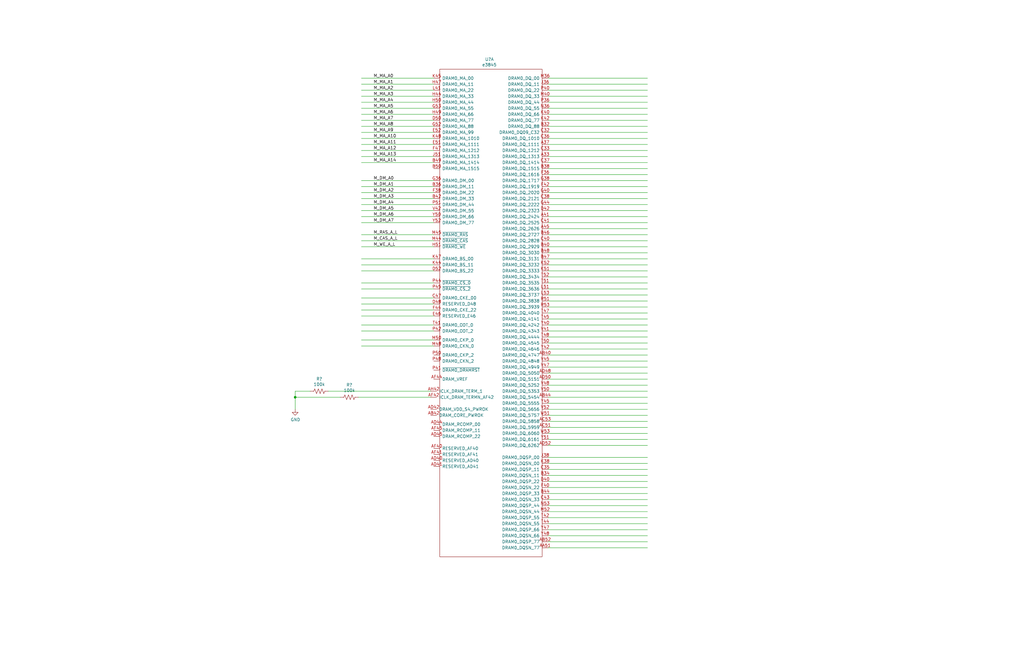
<source format=kicad_sch>
(kicad_sch (version 20231120) (generator "eeschema") (generator_version "8.0")
  (paper "B")
  (lib_symbols
    (symbol "Device:R_US" (pin_numbers hide) (pin_names (offset 0))
      (property "Reference" "R" (at 2.54 0 90))
      (property "Value" "R_US" (at -2.54 0 90))
      (symbol "R_US_1_1"
        (pin passive line (at 0 3.81 270) (length 1.27) (name "~") (number "1"))
        (pin passive line (at 0 -3.81 90) (length 1.27) (name "~") (number "2"))
      )
    )
    (symbol "MinnowBoard_port-rescue:GND-power" (power) (pin_names (offset 0))
      (property "Value" "power_GND" (at 0 -3.81 0))
      (symbol "GND-power_1_1"
        (pin power_in line (at 0 0 270) (length 0) hide (name "GND") (number "1"))
      )
    )
    (symbol "intel_cpu:e3845" (pin_names (offset 1.016))
      (property "Reference" "U" (at 0 -1.27 0))
      (property "Value" "e3845" (at 0 -154.94 0))
      (symbol "e3845_1_1"
        (pin bidirectional line (at 22.86 -39.37 180) (length 2.54) (name "DRAM0_DQ_1313") (number "A33"))
        (pin bidirectional line (at 22.86 -34.29 180) (length 2.54) (name "DRAM0_DQ_1111") (number "A37"))
        (pin bidirectional line (at 22.86 -64.77 180) (length 2.54) (name "DRAM0_DQ_2424") (number "A41"))
        (pin bidirectional line (at 22.86 -69.85 180) (length 2.54) (name "DRAM0_DQ_2626") (number "A45"))
        (pin bidirectional line (at 22.86 -204.47 180) (length 2.54) (name "DRAM0_DQSN_77") (number "AA51"))
        (pin bidirectional line (at 22.86 -123.19 180) (length 2.54) (name "DARM0_DQ_4747") (number "AB40"))
        (pin input line (at -26.67 -148.59 0) (length 2.54) (name "DRAM_CORE_PWROK") (number "AB42"))
        (pin bidirectional line (at 22.86 -140.97 180) (length 2.54) (name "DRAM0_DQ_5454") (number "AB44"))
        (pin bidirectional line (at 22.86 -201.93 180) (length 2.54) (name "DRAM0_DQSP_77") (number "AB52"))
        (pin bidirectional line (at 22.86 -153.67 180) (length 2.54) (name "DRAM0_DQ_5959") (number "AC51"))
        (pin bidirectional line (at 22.86 -151.13 180) (length 2.54) (name "DRAM0_DQ_5858") (number "AC53"))
        (pin output line (at -25.4 -167.64 0) (length 2.54) (name "RESERVED_AD40") (number "AD40"))
        (pin output line (at -25.4 -170.18 0) (length 2.54) (name "RESERVED_AD41") (number "AD41"))
        (pin input line (at -26.67 -146.05 0) (length 2.54) (name "DRAM_VDD_S4_PWROK") (number "AD42"))
        (pin output line (at -25.4 -152.4 0) (length 2.54) (name "DRAM_RCOMP_00") (number "AD44"))
        (pin output line (at -25.4 -157.48 0) (length 2.54) (name "DRAM_RCOMP_22") (number "AD45"))
        (pin bidirectional line (at 22.86 -130.81 180) (length 2.54) (name "DRAM0_DQ_5050") (number "AD48"))
        (pin bidirectional line (at 22.86 -133.35 180) (length 2.54) (name "DRAM0_DQ_5151") (number "AD50"))
        (pin bidirectional line (at 22.86 -161.29 180) (length 2.54) (name "DRAM0_DQ_6262") (number "AD52"))
        (pin output line (at -25.4 -162.56 0) (length 2.54) (name "RESERVED_AF40") (number "AF40"))
        (pin output line (at -25.4 -165.1 0) (length 2.54) (name "RESERVED_AF41") (number "AF41"))
        (pin output line (at -26.67 -140.97 0) (length 2.54) (name "ICLK_DRAM_TERMN_AF42") (number "AF42"))
        (pin input line (at -25.4 -133.35 0) (length 2.54) (name "DRAM_VREF") (number "AF44"))
        (pin output line (at -25.4 -154.94 0) (length 2.54) (name "DRAM_RCOMP_11") (number "AF45"))
        (pin output line (at -26.67 -138.43 0) (length 2.54) (name "ICLK_DRAM_TERM_1") (number "AH42"))
        (pin bidirectional line (at 22.86 -26.67 180) (length 2.54) (name "DRAM0_DQ_88") (number "B32"))
        (pin bidirectional line (at 22.86 -173.99 180) (length 2.54) (name "DRAM0_DQSN_11") (number "B34"))
        (pin output line (at -25.4 -52.07 0) (length 2.54) (name "DRAM0_DM_11") (number "B36"))
        (pin bidirectional line (at 22.86 -44.45 180) (length 2.54) (name "DRAM0_DQ_1515") (number "B38"))
        (pin bidirectional line (at 22.86 -77.47 180) (length 2.54) (name "DRAM0_DQ_2929") (number "B40"))
        (pin output line (at -25.4 -57.15 0) (length 2.54) (name "DRAM0_DM_33") (number "B42"))
        (pin bidirectional line (at 22.86 -181.61 180) (length 2.54) (name "DRAM0_DQSP_33") (number "B44"))
        (pin bidirectional line (at 22.86 -72.39 180) (length 2.54) (name "DRAM0_DQ_2727") (number "B46"))
        (pin bidirectional line (at 22.86 -82.55 180) (length 2.54) (name "DRAM0_DQ_3131") (number "B47"))
        (pin bidirectional line (at 22.86 -80.01 180) (length 2.54) (name "DRAM0_DQ_3030") (number "B48"))
        (pin output line (at -25.4 -41.91 0) (length 2.54) (name "DRAM0_MA_1414") (number "B49"))
        (pin output line (at -25.4 -44.45 0) (length 2.54) (name "DRAM0_MA_1515") (number "B50"))
        (pin bidirectional line (at 22.86 -29.21 180) (length 2.54) (name "DRAM0_DQ09_C32") (number "C32"))
        (pin bidirectional line (at 22.86 -36.83 180) (length 2.54) (name "DRAM0_DQ_1212") (number "C33"))
        (pin bidirectional line (at 22.86 -171.45 180) (length 2.54) (name "DRAM0_DQSP_11") (number "C35"))
        (pin bidirectional line (at 22.86 -31.75 180) (length 2.54) (name "DRAM0_DQ_1010") (number "C36"))
        (pin bidirectional line (at 22.86 -41.91 180) (length 2.54) (name "DRAM0_DQ_1414") (number "C37"))
        (pin bidirectional line (at 22.86 -57.15 180) (length 2.54) (name "DRAM0_DQ_2121") (number "C38"))
        (pin bidirectional line (at 22.86 -74.93 180) (length 2.54) (name "DRAM0_DQ_2828") (number "C40"))
        (pin bidirectional line (at 22.86 -67.31 180) (length 2.54) (name "DRAM0_DQ_2525") (number "C41"))
        (pin bidirectional line (at 22.86 -184.15 180) (length 2.54) (name "DRAM0_DQSN_33") (number "C43"))
        (pin output line (at -25.4 -99.06 0) (length 2.54) (name "DRAM0_CKE_00") (number "C47"))
        (pin bidirectional line (at 22.86 -176.53 180) (length 2.54) (name "DRAM0_DQSP_22") (number "D40"))
        (pin bidirectional line (at 22.86 -62.23 180) (length 2.54) (name "DRAM0_DQ_2323") (number "D42"))
        (pin output line (at -25.4 -101.6 0) (length 2.54) (name "RESERVED_D48") (number "D48"))
        (pin output line (at -25.4 -24.13 0) (length 2.54) (name "DRAM0_MA_77") (number "D50"))
        (pin output line (at -25.4 -87.63 0) (length 2.54) (name "DRAM0_BS_22") (number "D52"))
        (pin output line (at -25.4 -106.68 0) (length 2.54) (name "RESERVED_E46") (number "E46"))
        (pin output line (at -25.4 -34.29 0) (length 2.54) (name "DRAM0_MA_1111") (number "E51"))
        (pin output line (at -25.4 -29.21 0) (length 2.54) (name "DRAM0_MA_99") (number "E52"))
        (pin bidirectional line (at 22.86 -46.99 180) (length 2.54) (name "DRAM0_DQ_1616") (number "F36"))
        (pin output line (at -25.4 -54.61 0) (length 2.54) (name "DRAM0_DM_22") (number "F38"))
        (pin bidirectional line (at 22.86 -179.07 180) (length 2.54) (name "DRAM0_DQSN_22") (number "F40"))
        (pin bidirectional line (at 22.86 -52.07 180) (length 2.54) (name "DRAM0_DQ_1919") (number "F42"))
        (pin output line (at -25.4 -104.14 0) (length 2.54) (name "DRAM0_CKE_22") (number "F44"))
        (pin output line (at -25.4 -36.83 0) (length 2.54) (name "DRAM0_MA_1212") (number "F47"))
        (pin output line (at -25.4 -49.53 0) (length 2.54) (name "DRAM0_DM_00") (number "G36"))
        (pin bidirectional line (at 22.86 -49.53 180) (length 2.54) (name "DRAM0_DQ_1717") (number "G38"))
        (pin bidirectional line (at 22.86 -54.61 180) (length 2.54) (name "DRAM0_DQ_2020") (number "G40"))
        (pin bidirectional line (at 22.86 -59.69 180) (length 2.54) (name "DRAM0_DQ_2222") (number "G44"))
        (pin output line (at -25.4 -26.67 0) (length 2.54) (name "DRAM0_MA_88") (number "G52"))
        (pin output line (at -25.4 -19.05 0) (length 2.54) (name "DRAM0_MA_55") (number "G53"))
        (pin output line (at -25.4 -13.97 0) (length 2.54) (name "DRAM0_MA_33") (number "H44"))
        (pin output line (at -25.4 -8.89 0) (length 2.54) (name "DRAM0_MA_11") (number "H47"))
        (pin output line (at -25.4 -21.59 0) (length 2.54) (name "DRAM0_MA_66") (number "H49"))
        (pin output line (at -25.4 -16.51 0) (length 2.54) (name "DRAM0_MA_44") (number "H50"))
        (pin output line (at -25.4 -77.47 0) (length 2.54) (name "~{DRAM0_WE}") (number "H51"))
        (pin bidirectional line (at 22.86 -8.89 180) (length 2.54) (name "DRAM0_DQ_11") (number "J36"))
        (pin bidirectional line (at 22.86 -166.37 180) (length 2.54) (name "DRAM0_DQSP_00") (number "J38"))
        (pin output line (at -25.4 -39.37 0) (length 2.54) (name "DRAM0_MA_1313") (number "J51"))
        (pin bidirectional line (at 22.86 -168.91 180) (length 2.54) (name "DRAM0_DQSN_00") (number "K38"))
        (pin bidirectional line (at 22.86 -21.59 180) (length 2.54) (name "DRAM0_DQ_66") (number "K40"))
        (pin bidirectional line (at 22.86 -24.13 180) (length 2.54) (name "DRAM0_DQ_77") (number "K42"))
        (pin output line (at -25.4 -85.09 0) (length 2.54) (name "DRAM0_BS_11") (number "K44"))
        (pin output line (at -25.4 -6.35 0) (length 2.54) (name "DRAM0_MA_00") (number "K45"))
        (pin output line (at -25.4 -82.55 0) (length 2.54) (name "DRAM0_BS_00") (number "K47"))
        (pin output line (at -25.4 -31.75 0) (length 2.54) (name "DRAM0_MA_1010") (number "K48"))
        (pin bidirectional line (at 22.86 -87.63 180) (length 2.54) (name "DRAM0_DQ_3333") (number "K51"))
        (pin bidirectional line (at 22.86 -85.09 180) (length 2.54) (name "DRAM0_DQ_3232") (number "K52"))
        (pin output line (at -25.4 -11.43 0) (length 2.54) (name "DRAM0_MA_22") (number "L41"))
        (pin bidirectional line (at 22.86 -95.25 180) (length 2.54) (name "DRAM0_DQ_3636") (number "L51"))
        (pin bidirectional line (at 22.86 -97.79 180) (length 2.54) (name "DRAM0_DQ_3737") (number "L53"))
        (pin bidirectional line (at 22.86 -6.35 180) (length 2.54) (name "DRAM0_DQ_00") (number "M36"))
        (pin bidirectional line (at 22.86 -13.97 180) (length 2.54) (name "DRAM0_DQ_33") (number "M40"))
        (pin output line (at -25.4 -74.93 0) (length 2.54) (name "~{DRAM0_CAS}") (number "M44"))
        (pin output line (at -25.4 -72.39 0) (length 2.54) (name "~{DRAM0_RAS}") (number "M45"))
        (pin output line (at -25.4 -119.38 0) (length 2.54) (name "DRAM0_CKN_0") (number "M48"))
        (pin output line (at -25.4 -116.84 0) (length 2.54) (name "DRAM0_CKP_0") (number "M50"))
        (pin bidirectional line (at 22.86 -189.23 180) (length 2.54) (name "DRAM0_DQSN_44") (number "M52"))
        (pin bidirectional line (at 22.86 -19.05 180) (length 2.54) (name "DRAM0_DQ_55") (number "N36"))
        (pin bidirectional line (at 22.86 -186.69 180) (length 2.54) (name "DRAM0_DQSP_44") (number "N53"))
        (pin bidirectional line (at 22.86 -16.51 180) (length 2.54) (name "DRAM0_DQ_44") (number "P36"))
        (pin bidirectional line (at 22.86 -11.43 180) (length 2.54) (name "DRAM0_DQ_22") (number "P40"))
        (pin output line (at -25.4 -129.54 0) (length 2.54) (name "~{DRAM0_DRAMRST}") (number "P41"))
        (pin output line (at -25.4 -113.03 0) (length 2.54) (name "DRAM0_ODT_2") (number "P42"))
        (pin output line (at -25.4 -92.71 0) (length 2.54) (name "~{DRAM0_CS_0}") (number "P44"))
        (pin output line (at -25.4 -95.25 0) (length 2.54) (name "~{DRAM0_CS_2}") (number "P45"))
        (pin output line (at -25.4 -125.73 0) (length 2.54) (name "DRAM0_CKN_2") (number "P48"))
        (pin output line (at -25.4 -123.19 0) (length 2.54) (name "DRAM0_CKP_2") (number "P50"))
        (pin output line (at -25.4 -59.69 0) (length 2.54) (name "DRAM0_DM_44") (number "P51"))
        (pin bidirectional line (at 22.86 -100.33 180) (length 2.54) (name "DRAM0_DQ_3838") (number "R51"))
        (pin bidirectional line (at 22.86 -102.87 180) (length 2.54) (name "DRAM0_DQ_3939") (number "R53"))
        (pin output line (at -25.4 -110.49 0) (length 2.54) (name "DRAM0_ODT_0") (number "T41"))
        (pin bidirectional line (at 22.86 -191.77 180) (length 2.54) (name "DRAM0_DQSP_55") (number "T42"))
        (pin bidirectional line (at 22.86 -194.31 180) (length 2.54) (name "DRAM0_DQSN_55") (number "T44"))
        (pin bidirectional line (at 22.86 -107.95 180) (length 2.54) (name "DRAM0_DQ_4141") (number "T45"))
        (pin bidirectional line (at 22.86 -105.41 180) (length 2.54) (name "DRAM0_DQ_4040") (number "T47"))
        (pin bidirectional line (at 22.86 -115.57 180) (length 2.54) (name "DRAM0_DQ_4444") (number "T48"))
        (pin bidirectional line (at 22.86 -118.11 180) (length 2.54) (name "DRAM0_DQ_4545") (number "T50"))
        (pin bidirectional line (at 22.86 -92.71 180) (length 2.54) (name "DRAM0_DQ_3535") (number "T51"))
        (pin bidirectional line (at 22.86 -90.17 180) (length 2.54) (name "DRAM0_DQ_3434") (number "T52"))
        (pin bidirectional line (at 22.86 -113.03 180) (length 2.54) (name "DRAM0_DQ_4343") (number "V41"))
        (pin output line (at -25.4 -62.23 0) (length 2.54) (name "DRAM0_DM_55") (number "V42"))
        (pin bidirectional line (at 22.86 -125.73 180) (length 2.54) (name "DRAM0_DQ_4848") (number "V45"))
        (pin bidirectional line (at 22.86 -128.27 180) (length 2.54) (name "DRAM0_DQ_4949") (number "V47"))
        (pin bidirectional line (at 22.86 -135.89 180) (length 2.54) (name "DRAM0_DQ_5252") (number "V48"))
        (pin bidirectional line (at 22.86 -138.43 180) (length 2.54) (name "DRAM0_DQ_5353") (number "V50"))
        (pin bidirectional line (at 22.86 -146.05 180) (length 2.54) (name "DRAM0_DQ_5656") (number "V52"))
        (pin bidirectional line (at 22.86 -148.59 180) (length 2.54) (name "DRAM0_DQ_5757") (number "W51"))
        (pin bidirectional line (at 22.86 -156.21 180) (length 2.54) (name "DRAM0_DQ_6060") (number "W53"))
        (pin bidirectional line (at 22.86 -110.49 180) (length 2.54) (name "DRAM0_DQ_4242") (number "Y40"))
        (pin bidirectional line (at 22.86 -120.65 180) (length 2.54) (name "DRAM0_DQ_4646") (number "Y42"))
        (pin bidirectional line (at 22.86 -143.51 180) (length 2.54) (name "DRAM0_DQ_5555") (number "Y45"))
        (pin bidirectional line (at 22.86 -196.85 180) (length 2.54) (name "DRAM0_DQSP_66") (number "Y47"))
        (pin bidirectional line (at 22.86 -199.39 180) (length 2.54) (name "DRAM0_DQSN_66") (number "Y48"))
        (pin output line (at -25.4 -64.77 0) (length 2.54) (name "DRAM0_DM_66") (number "Y50"))
        (pin bidirectional line (at 22.86 -158.75 180) (length 2.54) (name "DRAM0_DQ_6161") (number "Y51"))
        (pin output line (at -25.4 -67.31 0) (length 2.54) (name "DRAM0_DM_77") (number "Y52"))
      )
      (symbol "e3845_2_1"
        (pin bidirectional line (at 26.67 -133.35 180) (length 2.54) (name "DRAM1_DQ_5050") (number "AF48"))
        (pin bidirectional line (at 26.67 -135.89 180) (length 2.54) (name "DRAM1_DQ_5151") (number "AF50"))
        (pin bidirectional line (at 26.67 -166.37 180) (length 2.54) (name "DRAM1_DQ_6363") (number "AF51"))
        (pin bidirectional line (at 26.67 -163.83 180) (length 2.54) (name "DRAM1_DQ_6262") (number "AF52"))
        (pin bidirectional line (at 26.67 -156.21 180) (length 2.54) (name "DRAM1_DQ_5959") (number "AG51"))
        (pin bidirectional line (at 26.67 -153.67 180) (length 2.54) (name "DRAM1_DQ_5858") (number "AG53"))
        (pin bidirectional line (at 26.67 -125.73 180) (length 2.54) (name "DRAM1_DQ_4747") (number "AH40"))
        (pin bidirectional line (at 26.67 -143.51 180) (length 2.54) (name "DRAM1_DQ_5454") (number "AH44"))
        (pin bidirectional line (at 26.67 -207.01 180) (length 2.54) (name "DRAM1_DQSP_77") (number "AH52"))
        (pin bidirectional line (at 26.67 -209.55 180) (length 2.54) (name "DRAM1_DQSN_77") (number "AJ51"))
        (pin bidirectional line (at 26.67 -113.03 180) (length 2.54) (name "DRAM1_DQ_4242") (number "AK40"))
        (pin bidirectional line (at 26.67 -123.19 180) (length 2.54) (name "DRAM1_DQ_4646") (number "AK42"))
        (pin bidirectional line (at 26.67 -146.05 180) (length 2.54) (name "DRAM1_DQ_5555") (number "AK45"))
        (pin bidirectional line (at 26.67 -201.93 180) (length 2.54) (name "DRAM1_DQSP_66") (number "AK47"))
        (pin bidirectional line (at 26.67 -204.47 180) (length 2.54) (name "DRAM1_DQSN_66") (number "AK48"))
        (pin output line (at -33.02 -64.77 0) (length 2.54) (name "DRAM1_DM_66") (number "AK50"))
        (pin bidirectional line (at 26.67 -161.29 180) (length 2.54) (name "DRAM1_DQ_6161") (number "AK51"))
        (pin output line (at -33.02 -67.31 0) (length 2.54) (name "DRAM1_DM_77") (number "AK52"))
        (pin bidirectional line (at 26.67 -151.13 180) (length 2.54) (name "DRAM1_DQ_5757") (number "AL51"))
        (pin bidirectional line (at 26.67 -158.75 180) (length 2.54) (name "DRAM1_DQ_6060") (number "AL53"))
        (pin bidirectional line (at 26.67 -115.57 180) (length 2.54) (name "DRAM1_DQ_4343") (number "AM41"))
        (pin output line (at -33.02 -62.23 0) (length 2.54) (name "DRAM1_DM_55") (number "AM42"))
        (pin bidirectional line (at 26.67 -128.27 180) (length 2.54) (name "DRAM1_DQ_4848") (number "AM45"))
        (pin bidirectional line (at 26.67 -130.81 180) (length 2.54) (name "DRAM1_DQ_4949") (number "AM47"))
        (pin bidirectional line (at 26.67 -138.43 180) (length 2.54) (name "DRAM1_DQ_5252") (number "AM48"))
        (pin bidirectional line (at 26.67 -140.97 180) (length 2.54) (name "DRAM1_DQ_5353") (number "AM50"))
        (pin bidirectional line (at 26.67 -148.59 180) (length 2.54) (name "DRAM1_DQ_5656") (number "AM52"))
        (pin output line (at -33.02 -110.49 0) (length 2.54) (name "DRAM1_ODT_0") (number "AP41"))
        (pin bidirectional line (at 26.67 -196.85 180) (length 2.54) (name "DRAM1_DQSP_55") (number "AP42"))
        (pin bidirectional line (at 26.67 -199.39 180) (length 2.54) (name "DRAM1_DQSN_55") (number "AP44"))
        (pin bidirectional line (at 26.67 -110.49 180) (length 2.54) (name "DRAM1_DQ_4141") (number "AP45"))
        (pin bidirectional line (at 26.67 -107.95 180) (length 2.54) (name "DRAM1_DQ_4040") (number "AP47"))
        (pin bidirectional line (at 26.67 -118.11 180) (length 2.54) (name "DRAM1_DQ_4444") (number "AP48"))
        (pin bidirectional line (at 26.67 -120.65 180) (length 2.54) (name "DRAM1_DQ_4545") (number "AP50"))
        (pin bidirectional line (at 26.67 -95.25 180) (length 2.54) (name "DRAM1_DQ_3535") (number "AP51"))
        (pin bidirectional line (at 26.67 -92.71 180) (length 2.54) (name "DRAM1_DQ_3434") (number "AP52"))
        (pin bidirectional line (at 26.67 -102.87 180) (length 2.54) (name "DRAM1_DQ_3838") (number "AR51"))
        (pin bidirectional line (at 26.67 -105.41 180) (length 2.54) (name "DRAM1_DQ_3939") (number "AR53"))
        (pin bidirectional line (at 26.67 -49.53 180) (length 2.54) (name "DRAM1_DQ_1717") (number "AT36"))
        (pin bidirectional line (at 26.67 -54.61 180) (length 2.54) (name "DRAM1_DQ_1919") (number "AT40"))
        (pin output line (at -33.02 -129.54 0) (length 2.54) (name "~{DRAM1_DRAMRST}") (number "AT41"))
        (pin output line (at -33.02 -113.03 0) (length 2.54) (name "DRAM1_ODT_2") (number "AT42"))
        (pin output line (at -33.02 -91.44 0) (length 2.54) (name "~{DRAM1_CS_0}") (number "AT44"))
        (pin output line (at -33.02 -95.25 0) (length 2.54) (name "~{DRAM1_CS_2}") (number "AT45"))
        (pin output line (at -33.02 -125.73 0) (length 2.54) (name "DRAM1_CKN_2") (number "AT48"))
        (pin output line (at -33.02 -123.19 0) (length 2.54) (name "DRAM1_CKP_2") (number "AT50"))
        (pin output line (at -33.02 -59.69 0) (length 2.54) (name "DRAM1_DM_44") (number "AT51"))
        (pin bidirectional line (at 26.67 -46.99 180) (length 2.54) (name "DRAM1_DQ_1616") (number "AU36"))
        (pin bidirectional line (at 26.67 -191.77 180) (length 2.54) (name "DRAM1_DQSP_44") (number "AU53"))
        (pin bidirectional line (at 26.67 -59.69 180) (length 2.54) (name "DRAM1_DQ_2121") (number "AV36"))
        (pin bidirectional line (at 26.67 -52.07 180) (length 2.54) (name "DRAM1_DQ_1818") (number "AV40"))
        (pin output line (at -33.02 -74.93 0) (length 2.54) (name "~{DRAM1_CAS}") (number "AV44"))
        (pin output line (at -33.02 -72.39 0) (length 2.54) (name "~{DRAM1_RAS}") (number "AV45"))
        (pin output line (at -33.02 -119.38 0) (length 2.54) (name "DRAM1_CKN_0") (number "AV48"))
        (pin output line (at -33.02 -116.84 0) (length 2.54) (name "DRAM1_CKP_0") (number "AV50"))
        (pin bidirectional line (at 26.67 -194.31 180) (length 2.54) (name "DRAM1_DQSN_44") (number "AV53"))
        (pin output line (at -33.02 -11.43 0) (length 2.54) (name "DRAM1_MA_22") (number "AW41"))
        (pin bidirectional line (at 26.67 -97.79 180) (length 2.54) (name "DRAM1_DQ_3636") (number "AW51"))
        (pin bidirectional line (at 26.67 -100.33 180) (length 2.54) (name "DRAM1_DQ_3737") (number "AW53"))
        (pin bidirectional line (at 26.67 -184.15 180) (length 2.54) (name "DRAM1_DQSN_22") (number "AY38"))
        (pin bidirectional line (at 26.67 -64.77 180) (length 2.54) (name "DRAM1_DQ_2323") (number "AY40"))
        (pin bidirectional line (at 26.67 -62.23 180) (length 2.54) (name "DRAM1_DQ_2222") (number "AY42"))
        (pin output line (at -33.02 -85.09 0) (length 2.54) (name "DRAM1_BS_11") (number "AY44"))
        (pin output line (at -33.02 -6.35 0) (length 2.54) (name "DRAM1_MA_00") (number "AY45"))
        (pin output line (at -33.02 -82.55 0) (length 2.54) (name "DRAM1_BS_00") (number "AY47"))
        (pin output line (at -33.02 -31.75 0) (length 2.54) (name "DRAM1_MA_1010") (number "AY48"))
        (pin bidirectional line (at 26.67 -90.17 180) (length 2.54) (name "DRAM1_DQ_3333") (number "AY51"))
        (pin bidirectional line (at 26.67 -87.63 180) (length 2.54) (name "DRAM1_DQ_3232") (number "AY52"))
        (pin bidirectional line (at 26.67 -57.15 180) (length 2.54) (name "DRAM1_DQ_2020") (number "BA36"))
        (pin bidirectional line (at 26.67 -181.61 180) (length 2.54) (name "DRAM1_DQSP_22") (number "BA38"))
        (pin bidirectional line (at 26.67 -11.43 180) (length 2.54) (name "DRAM1_DQ_22") (number "BA42"))
        (pin output line (at -33.02 -39.37 0) (length 2.54) (name "DRAM1_MA_1313") (number "BA51"))
        (pin output line (at -33.02 -13.97 0) (length 2.54) (name "DRAM1_MA_33") (number "BB44"))
        (pin output line (at -33.02 -8.89 0) (length 2.54) (name "DRAM1_MA_11") (number "BB47"))
        (pin output line (at -33.02 -21.59 0) (length 2.54) (name "DRAM1_MA_66") (number "BB49"))
        (pin output line (at -33.02 -16.51 0) (length 2.54) (name "DRAM1_MA_44") (number "BB50"))
        (pin output line (at -33.02 -77.47 0) (length 2.54) (name "~{DRAM1_WE}") (number "BB51"))
        (pin output line (at -33.02 -54.61 0) (length 2.54) (name "DRAM1_DM_22") (number "BC36"))
        (pin bidirectional line (at 26.67 -16.51 180) (length 2.54) (name "DRAM1_DQ_44") (number "BC38"))
        (pin bidirectional line (at 26.67 -8.89 180) (length 2.54) (name "DRAM1_DQ_11") (number "BC40"))
        (pin bidirectional line (at 26.67 -24.13 180) (length 2.54) (name "DRAM1_DQ_77") (number "BC44"))
        (pin output line (at -33.02 -26.67 0) (length 2.54) (name "DRAM1_MA_88") (number "BC52"))
        (pin output line (at -33.02 -19.05 0) (length 2.54) (name "DRAM1_MA_55") (number "BC53"))
        (pin bidirectional line (at 26.67 -19.05 180) (length 2.54) (name "DRAM1_DQ_55") (number "BD36"))
        (pin output line (at -33.02 -49.53 0) (length 2.54) (name "DRAM1_DM_00") (number "BD38"))
        (pin bidirectional line (at 26.67 -173.99 180) (length 2.54) (name "DRAM1_DQSN_00") (number "BD40"))
        (pin bidirectional line (at 26.67 -13.97 180) (length 2.54) (name "DRAM1_DQ_33") (number "BD42"))
        (pin output line (at -33.02 -104.14 0) (length 2.54) (name "DRAM1_CKE_22") (number "BD44"))
        (pin output line (at -33.02 -36.83 0) (length 2.54) (name "DRAM1_MA_1212") (number "BD47"))
        (pin output line (at -33.02 -101.6 0) (length 2.54) (name "RESERVED_BE46") (number "BE46"))
        (pin output line (at -33.02 -34.29 0) (length 2.54) (name "DRAM1_MA_1111") (number "BE51"))
        (pin output line (at -33.02 -29.21 0) (length 2.54) (name "DRAM1_MA_99") (number "BE52"))
        (pin bidirectional line (at 26.67 -171.45 180) (length 2.54) (name "DRAM1_DQSP_00") (number "BF40"))
        (pin bidirectional line (at 26.67 -21.59 180) (length 2.54) (name "DRAM1_DQ_66") (number "BF42"))
        (pin output line (at -33.02 -106.68 0) (length 2.54) (name "RESERVED_BF48") (number "BF48"))
        (pin output line (at -33.02 -24.13 0) (length 2.54) (name "DRAM1_MA_77") (number "BF50"))
        (pin output line (at -33.02 -87.63 0) (length 2.54) (name "DRAM1_BS_22") (number "BF52"))
        (pin bidirectional line (at 26.67 -29.21 180) (length 2.54) (name "DRAM1_DQ_99") (number "BG32"))
        (pin bidirectional line (at 26.67 -36.83 180) (length 2.54) (name "DRAM1_DQ_1212") (number "BG33"))
        (pin bidirectional line (at 26.67 -176.53 180) (length 2.54) (name "DRAM1_DQSP_11") (number "BG35"))
        (pin bidirectional line (at 26.67 -31.75 180) (length 2.54) (name "DRAM1_DQ_1010") (number "BG36"))
        (pin bidirectional line (at 26.67 -41.91 180) (length 2.54) (name "DRAM1_DQ_1414") (number "BG37"))
        (pin bidirectional line (at 26.67 -6.35 180) (length 2.54) (name "DRAM1_DQ_00") (number "BG38"))
        (pin bidirectional line (at 26.67 -77.47 180) (length 2.54) (name "DRAM1_DQ_2828") (number "BG40"))
        (pin bidirectional line (at 26.67 -69.85 180) (length 2.54) (name "DRAM1_DQ_2525") (number "BG41"))
        (pin bidirectional line (at 26.67 -189.23 180) (length 2.54) (name "DRAM1_DQSN_33") (number "BG43"))
        (pin output line (at -33.02 -99.06 0) (length 2.54) (name "DRAM1_CKE_00") (number "BG47"))
        (pin bidirectional line (at 26.67 -26.67 180) (length 2.54) (name "DRAM1_DQ_88") (number "BH32"))
        (pin bidirectional line (at 26.67 -179.07 180) (length 2.54) (name "DRAM1_DQSN_11") (number "BH34"))
        (pin output line (at -33.02 -52.07 0) (length 2.54) (name "DRAM1_DM_11") (number "BH36"))
        (pin bidirectional line (at 26.67 -44.45 180) (length 2.54) (name "DRAM1_DQ_1515") (number "BH38"))
        (pin bidirectional line (at 26.67 -80.01 180) (length 2.54) (name "DRAM1_DQ_2929") (number "BH40"))
        (pin output line (at -33.02 -57.15 0) (length 2.54) (name "DRAM1_DM_33") (number "BH42"))
        (pin bidirectional line (at 26.67 -186.69 180) (length 2.54) (name "DRAM1_DQSP_33") (number "BH44"))
        (pin bidirectional line (at 26.67 -74.93 180) (length 2.54) (name "DRAM1_DQ_2727") (number "BH46"))
        (pin bidirectional line (at 26.67 -85.09 180) (length 2.54) (name "DRAM1_DQ_3131") (number "BH47"))
        (pin bidirectional line (at 26.67 -82.55 180) (length 2.54) (name "DRAM1_DQ_3030") (number "BH48"))
        (pin output line (at -33.02 -41.91 0) (length 2.54) (name "DRAM1_MA_1414") (number "BH49"))
        (pin output line (at -33.02 -44.45 0) (length 2.54) (name "DRAM1_MA_1515") (number "BH50"))
        (pin bidirectional line (at 26.67 -39.37 180) (length 2.54) (name "DRAM1_DQ_1313") (number "BJ33"))
        (pin bidirectional line (at 26.67 -34.29 180) (length 2.54) (name "DRAM1_DQ_1111") (number "BJ37"))
        (pin bidirectional line (at 26.67 -67.31 180) (length 2.54) (name "DRAM1_DQ_2424") (number "BJ41"))
        (pin bidirectional line (at 26.67 -72.39 180) (length 2.54) (name "DRAM1_DQ_2626") (number "BJ45"))
      )
      (symbol "e3845_3_1"
        (pin input line (at -25.4 -120.65 0) (length 2.54) (name "RESERVED_A29") (number "A29"))
        (pin input line (at 26.67 -102.87 180) (length 2.54) (name "RESERVED_AB12") (number "AB12"))
        (pin input line (at 26.67 -100.33 180) (length 2.54) (name "RESERVED_AB13") (number "AB13"))
        (pin input line (at -25.4 -125.73 0) (length 2.54) (name "RESERVED_AB14") (number "AB14"))
        (pin input line (at -25.4 -77.47 0) (length 2.54) (name "RESERVED_AB2") (number "AB2"))
        (pin input line (at -25.4 -74.93 0) (length 2.54) (name "RESERVED_AB3") (number "AB3"))
        (pin input line (at -25.4 -107.95 0) (length 2.54) (name "RESERVED_AB7") (number "AB7"))
        (pin input line (at -25.4 -105.41 0) (length 2.54) (name "RESERVED_AB9") (number "AB9"))
        (pin output line (at 26.67 -22.86 180) (length 2.54) (name "DDI1_TXN_3") (number "AC1"))
        (pin output line (at 26.67 -20.32 180) (length 2.54) (name "DDI1_TXP_3") (number "AC3"))
        (pin output line (at 26.67 -17.78 180) (length 2.54) (name "DDI1_TXN_2") (number "AD2"))
        (pin output line (at 26.67 -15.24 180) (length 2.54) (name "DDI1_TXP_2") (number "AD3"))
        (pin input line (at -25.4 -102.87 0) (length 2.54) (name "RESERVED_AD4") (number "AD4"))
        (pin input line (at -25.4 -100.33 0) (length 2.54) (name "RESERVED_AD6") (number "AD6"))
        (pin input line (at 26.67 -59.69 180) (length 2.54) (name "RESERVED_AF13") (number "AF13"))
        (pin input line (at 26.67 -57.15 180) (length 2.54) (name "RESERVED_AF14") (number "AF14"))
        (pin output line (at 26.67 -12.7 180) (length 2.54) (name "DDI1_TXN_1") (number "AF2"))
        (pin output line (at 26.67 -10.16 180) (length 2.54) (name "DDI1_TXP_1") (number "AF3"))
        (pin output line (at 26.67 -7.62 180) (length 2.54) (name "DDI1_TXN_0") (number "AG1"))
        (pin output line (at 26.67 -5.08 180) (length 2.54) (name "DDI1_TXP_0") (number "AG3"))
        (pin input line (at 26.67 -54.61 180) (length 2.54) (name "RESERVED_AH13") (number "AH13"))
        (pin input line (at 26.67 -52.07 180) (length 2.54) (name "RESERVED_AH14") (number "AH14"))
        (pin input line (at 26.67 -64.77 180) (length 2.54) (name "RESERVED_VSS3") (number "AH2"))
        (pin input line (at 26.67 -62.23 180) (length 2.54) (name "RESERVED_VSS2") (number "AH3"))
        (pin input line (at -25.4 -54.61 0) (length 2.54) (name "DDI0_RCOMP_P") (number "AK12"))
        (pin input line (at -25.4 -52.07 0) (length 2.54) (name "~{DDI0_RCOMP}") (number "AK13"))
        (pin bidirectional line (at 26.67 -29.21 180) (length 2.54) (name "DDI1_AUXN") (number "AK2"))
        (pin bidirectional line (at 26.67 -26.67 180) (length 2.54) (name "DDI1_AUXP") (number "AK3"))
        (pin bidirectional line (at -25.4 -29.21 0) (length 2.54) (name "DDI0_AUXN") (number "AL1"))
        (pin bidirectional line (at -25.4 -26.67 0) (length 2.54) (name "DDI0_AUXP") (number "AL3"))
        (pin input line (at -25.4 -59.69 0) (length 2.54) (name "RESERVED_AM13") (number "AM13"))
        (pin input line (at -25.4 -57.15 0) (length 2.54) (name "RESERVED_AM14") (number "AM14"))
        (pin input line (at -25.4 -64.77 0) (length 2.54) (name "RESERVED_VSS1") (number "AM2"))
        (pin input line (at -25.4 -62.23 0) (length 2.54) (name "RESERVED_VSS0") (number "AM3"))
        (pin output line (at -25.4 -22.86 0) (length 2.54) (name "DDI0_TXN_3") (number "AP2"))
        (pin output line (at -25.4 -20.32 0) (length 2.54) (name "DDI0_TXP_3") (number "AP3"))
        (pin output line (at -25.4 -17.78 0) (length 2.54) (name "DDI0_TXN_2") (number "AR1"))
        (pin output line (at -25.4 -15.24 0) (length 2.54) (name "DDI0_TXP_2") (number "AR3"))
        (pin output line (at -25.4 -10.16 0) (length 2.54) (name "DDI0_TXP_1") (number "AT2"))
        (pin output line (at -25.4 -12.7 0) (length 2.54) (name "DDI0_TXN_1") (number "AT3"))
        (pin output line (at -25.4 -7.62 0) (length 2.54) (name "DDI0_TXN_0") (number "AV2"))
        (pin output line (at -25.4 -5.08 0) (length 2.54) (name "DDI0_TXP_0") (number "AV3"))
        (pin input line (at 26.67 -76.2 180) (length 2.54) (name "VGA_IREF") (number "AW1"))
        (pin output line (at 26.67 -71.12 180) (length 2.54) (name "VGA_BLUE") (number "AY2"))
        (pin input line (at 26.67 -78.74 180) (length 2.54) (name "VGA_IRTN") (number "AY3"))
        (pin output line (at -25.4 -48.26 0) (length 2.54) (name "DDI0_BKLTCTL") (number "B26"))
        (pin output line (at -25.4 -43.18 0) (length 2.54) (name "DDI0_VDDEN") (number "B28"))
        (pin input line (at -25.4 -128.27 0) (length 2.54) (name "GPIO_S0_NC12") (number "B30"))
        (pin output line (at 26.67 -73.66 180) (length 2.54) (name "VGA_GREEN") (number "BA1"))
        (pin output line (at 26.67 -68.58 180) (length 2.54) (name "VGA_RED") (number "BA3"))
        (pin bidirectional line (at 26.67 -88.9 180) (length 2.54) (name "VGA_DDCCLK") (number "BC1"))
        (pin bidirectional line (at 26.67 -91.44 180) (length 2.54) (name "VGA_DDCDATA") (number "BC2"))
        (pin output line (at 26.67 -82.55 180) (length 2.54) (name "VGA_HSYNC") (number "BD2"))
        (pin output line (at 26.67 -85.09 180) (length 2.54) (name "VGA_VSYNC") (number "BF2"))
        (pin bidirectional line (at -25.4 -36.83 0) (length 2.54) (name "DDI0_DDCDATA") (number "C26"))
        (pin output line (at -25.4 -45.72 0) (length 2.54) (name "DDI0_BKLTEN") (number "C27"))
        (pin input line (at -25.4 -39.37 0) (length 2.54) (name "DDI0_DDCCLK") (number "C28"))
        (pin input line (at -25.4 -123.19 0) (length 2.54) (name "RESERVED_C29") (number "C29"))
        (pin input line (at -25.4 -130.81 0) (length 2.54) (name "RESERVED_C30") (number "C30"))
        (pin input line (at -25.4 -33.02 0) (length 2.54) (name "DDI0_HPD") (number "D27"))
        (pin input line (at 26.67 -162.56 180) (length 2.54) (name "RESERVED_D28") (number "D28"))
        (pin input line (at 26.67 -142.24 180) (length 2.54) (name "RESERVED_D32") (number "D32"))
        (pin input line (at 26.67 -157.48 180) (length 2.54) (name "RESERVED_D34") (number "D34"))
        (pin input line (at 26.67 -152.4 180) (length 2.54) (name "RESERVED_F28") (number "F28"))
        (pin input line (at 26.67 -154.94 180) (length 2.54) (name "RESERVED_F32") (number "F32"))
        (pin input line (at 26.67 -167.64 180) (length 2.54) (name "RESERVED_F34") (number "F34"))
        (pin bidirectional line (at 26.67 -39.37 180) (length 2.54) (name "DDI1_DDCCLK") (number "G30"))
        (pin input line (at 26.67 -160.02 180) (length 2.54) (name "RESERVED_J28") (number "J28"))
        (pin output line (at 26.67 -45.72 180) (length 2.54) (name "DDI1_BKLTEN") (number "J30"))
        (pin input line (at 26.67 -147.32 180) (length 2.54) (name "RESERVED_J34") (number "J34"))
        (pin input line (at 26.67 -149.86 180) (length 2.54) (name "RESERVED_K28") (number "K28"))
        (pin input line (at 26.67 -33.02 180) (length 2.54) (name "DDI1_HPD") (number "K30"))
        (pin input line (at 26.67 -139.7 180) (length 2.54) (name "RESERVED_K34") (number "K34"))
        (pin output line (at 26.67 -48.26 180) (length 2.54) (name "DDI1_BKLTCTL") (number "M30"))
        (pin input line (at 26.67 -165.1 180) (length 2.54) (name "RESERVED_M32") (number "M32"))
        (pin output line (at 26.67 -43.18 180) (length 2.54) (name "DDI1_VDDEN") (number "N30"))
        (pin input line (at 26.67 -144.78 180) (length 2.54) (name "RESERVED_N32") (number "N32"))
        (pin input line (at 26.67 -135.89 180) (length 2.54) (name "RESERVED_P14") (number "P14"))
        (pin bidirectional line (at 26.67 -36.83 180) (length 2.54) (name "DDI1_DDCDATA") (number "P30"))
        (pin input line (at -25.4 -97.79 0) (length 2.54) (name "RESERVED_R1") (number "R1"))
        (pin input line (at -25.4 -95.25 0) (length 2.54) (name "RESERVED_R3") (number "R3"))
        (pin input line (at 26.67 -118.11 180) (length 2.54) (name "RESERVED_T10") (number "T10"))
        (pin input line (at 26.67 -115.57 180) (length 2.54) (name "RESERVED_T12") (number "T12"))
        (pin input line (at 26.67 -128.27 180) (length 2.54) (name "RESERVED_T13") (number "T13"))
        (pin input line (at 26.67 -125.73 180) (length 2.54) (name "RESERVED_T14") (number "T14"))
        (pin input line (at -25.4 -69.85 0) (length 2.54) (name "RESERVED_T2") (number "T2"))
        (pin input line (at -25.4 -72.39 0) (length 2.54) (name "RESERVED_T3") (number "T3"))
        (pin input line (at 26.67 -133.35 180) (length 2.54) (name "RESERVED_T4") (number "T4"))
        (pin input line (at 26.67 -130.81 180) (length 2.54) (name "RESERVED_T6") (number "T6"))
        (pin input line (at 26.67 -95.25 180) (length 2.54) (name "RESERVED_T7") (number "T7"))
        (pin input line (at 26.67 -97.79 180) (length 2.54) (name "RESERVED_T9") (number "T9"))
        (pin input line (at 26.67 -110.49 180) (length 2.54) (name "RESERVED_V10") (number "V10"))
        (pin input line (at 26.67 -123.19 180) (length 2.54) (name "RESERVED_V13") (number "V13"))
        (pin input line (at 26.67 -120.65 180) (length 2.54) (name "RESERVED_V14") (number "V14"))
        (pin input line (at -25.4 -90.17 0) (length 2.54) (name "RESERVED_V2") (number "V2"))
        (pin input line (at -25.4 -92.71 0) (length 2.54) (name "RESERVED_V3") (number "V3"))
        (pin input line (at -25.4 -115.57 0) (length 2.54) (name "RESERVED_V4") (number "V4"))
        (pin input line (at -25.4 -118.11 0) (length 2.54) (name "RESERVED_V6") (number "V6"))
        (pin input line (at 26.67 -113.03 180) (length 2.54) (name "RESERVED_V9") (number "V9"))
        (pin input line (at -25.4 -87.63 0) (length 2.54) (name "RESERVED_W1") (number "W1"))
        (pin input line (at -25.4 -85.09 0) (length 2.54) (name "RESERVED_W3") (number "W3"))
        (pin input line (at 26.67 -105.41 180) (length 2.54) (name "RESERVED_Y12") (number "Y12"))
        (pin input line (at 26.67 -107.95 180) (length 2.54) (name "RESERVED_Y13") (number "Y13"))
        (pin input line (at -25.4 -82.55 0) (length 2.54) (name "RESERVED_Y2") (number "Y2"))
        (pin input line (at -25.4 -80.01 0) (length 2.54) (name "RESERVED_Y3") (number "Y3"))
        (pin input line (at -25.4 -110.49 0) (length 2.54) (name "RESERVED_Y4") (number "Y4"))
        (pin input line (at -25.4 -113.03 0) (length 2.54) (name "RESERVED_Y6") (number "Y6"))
      )
      (symbol "e3845_4_1"
        (pin input line (at 29.21 -142.24 180) (length 2.54) (name "RESERVED_AK7") (number "AK7"))
        (pin input line (at 29.21 -139.7 180) (length 2.54) (name "RESERVED_AK9") (number "AK9"))
        (pin input line (at 29.21 -44.45 180) (length 2.54) (name "PCIE_RXN_2") (number "AP10"))
        (pin input line (at 29.21 -41.91 180) (length 2.54) (name "PCIE_RXP_2") (number "AP12"))
        (pin input line (at 29.21 -83.82 180) (length 2.54) (name "PCIE_RCOMP_N_AP13_AP13") (number "AP13"))
        (pin input line (at 29.21 -81.28 180) (length 2.54) (name "PCIE_RCOMP_P_AP14_AP14") (number "AP14"))
        (pin output line (at 29.21 -48.26 180) (length 2.54) (name "PCIE_TXP_3") (number "AP6"))
        (pin input line (at 29.21 -57.15 180) (length 2.54) (name "PCIE_RXN_3") (number "AP7"))
        (pin output line (at 29.21 -50.8 180) (length 2.54) (name "PCIE_TXN_3") (number "AP7"))
        (pin input line (at 29.21 -54.61 180) (length 2.54) (name "PCIE_RXP_3") (number "AP9"))
        (pin input line (at 29.21 -29.21 180) (length 2.54) (name "PCIE_RXP_1") (number "AT10"))
        (pin input line (at 29.21 -19.05 180) (length 2.54) (name "PCIE_RXN_0") (number "AT13"))
        (pin input line (at 29.21 -16.51 180) (length 2.54) (name "PCIE_RXP_0") (number "AT14"))
        (pin bidirectional line (at -25.4 -60.96 0) (length 2.54) (name "MMC1_D3") (number "AT20"))
        (pin output line (at -25.4 -49.53 0) (length 2.54) (name "MMC1_CLK") (number "AT22"))
        (pin bidirectional line (at -25.4 -68.58 0) (length 2.54) (name "MCC1_D6") (number "AT26"))
        (pin bidirectional line (at -25.4 -104.14 0) (length 2.54) (name "SD3_D0") (number "AT28"))
        (pin output line (at 29.21 -38.1 180) (length 2.54) (name "PCIE_TXN_2") (number "AT6"))
        (pin output line (at 29.21 -35.56 180) (length 2.54) (name "PCIE_TXP_2") (number "AT7"))
        (pin input line (at 29.21 -31.75 180) (length 2.54) (name "PCIE_RXN_1") (number "AT9"))
        (pin input line (at -25.4 -15.24 0) (length 2.54) (name "SATA_RXP_0") (number "AU16"))
        (pin bidirectional line (at -25.4 -71.12 0) (length 2.54) (name "MCC1_D7") (number "AU20"))
        (pin bidirectional line (at -25.4 -55.88 0) (length 2.54) (name "MMC1_D1") (number "AU22"))
        (pin bidirectional line (at -25.4 -66.04 0) (length 2.54) (name "MCC1_D5") (number "AU26"))
        (pin bidirectional line (at -25.4 -109.22 0) (length 2.54) (name "SD3_D2") (number "AU28"))
        (pin input line (at 29.21 -92.71 180) (length 2.54) (name "RESERVED_AV10") (number "AV10"))
        (pin input line (at -25.4 -17.78 0) (length 2.54) (name "SATA_RXN_0") (number "AV16"))
        (pin bidirectional line (at -25.4 -53.34 0) (length 2.54) (name "MCC1_D0") (number "AV20"))
        (pin bidirectional line (at -25.4 -58.42 0) (length 2.54) (name "MMC1_D2") (number "AV22"))
        (pin bidirectional line (at -25.4 -74.93 0) (length 2.54) (name "MMC1_CMD") (number "AV26"))
        (pin bidirectional line (at -25.4 -116.84 0) (length 2.54) (name "SD3_CMD") (number "AV28"))
        (pin output line (at 29.21 -25.4 180) (length 2.54) (name "PCIE_TXN_1") (number "AV4"))
        (pin output line (at 29.21 -22.86 180) (length 2.54) (name "PCIE_TXP_1") (number "AV6"))
        (pin input line (at 29.21 -95.25 180) (length 2.54) (name "RESERVED_AV9") (number "AV9"))
        (pin output line (at -25.4 -45.72 0) (length 2.54) (name "~{SATA_LED}") (number "AY12"))
        (pin input line (at -25.4 -43.18 0) (length 2.54) (name "SATA_GP1") (number "AY14"))
        (pin input line (at -25.4 -27.94 0) (length 2.54) (name "SATA_RXP_1") (number "AY16"))
        (pin output line (at -25.4 -81.28 0) (length 2.54) (name "MMC1_RCOMP") (number "AY18"))
        (pin bidirectional line (at -25.4 -87.63 0) (length 2.54) (name "SD2_D0") (number "AY20"))
        (pin bidirectional line (at -25.4 -63.5 0) (length 2.54) (name "MMC1_D4") (number "AY24"))
        (pin output line (at -25.4 -101.6 0) (length 2.54) (name "SD3_CLK") (number "AY26"))
        (pin output line (at 29.21 -11.43 180) (length 2.54) (name "PCIE_TXN_0") (number "AY6"))
        (pin output line (at 29.21 -8.89 180) (length 2.54) (name "PCIE_TXP_0") (number "AY7"))
        (pin input line (at -25.4 -40.64 0) (length 2.54) (name "SATA_GP0") (number "BA12"))
        (pin input line (at -25.4 -30.48 0) (length 2.54) (name "SATA_RXN_1") (number "BA16"))
        (pin output line (at -25.4 -85.09 0) (length 2.54) (name "SD2_CLK") (number "BA18"))
        (pin bidirectional line (at -25.4 -92.71 0) (length 2.54) (name "SD2_D2") (number "BA20"))
        (pin output line (at -25.4 -77.47 0) (length 2.54) (name "MMC1_RST") (number "BA24"))
        (pin bidirectional line (at -25.4 -111.76 0) (length 2.54) (name "SD3_D3") (number "BA26"))
        (pin output line (at 29.21 -125.73 180) (length 2.54) (name "LPE_I2S2_FRM") (number "BA30"))
        (pin input line (at -25.4 -34.29 0) (length 2.54) (name "RESERVED_VSS4") (number "BB10"))
        (pin input line (at 29.21 -90.17 180) (length 2.54) (name "RESERVED_BB3") (number "BB3"))
        (pin input line (at 29.21 -87.63 180) (length 2.54) (name "RESERVED_BB4") (number "BB4"))
        (pin output line (at 29.21 -60.96 180) (length 2.54) (name "RESERVED_VSS6") (number "BB5"))
        (pin output line (at 29.21 -63.5 180) (length 2.54) (name "RESERVED_VSS7") (number "BB7"))
        (pin input line (at -25.4 -36.83 0) (length 2.54) (name "RESERVED_VSS5") (number "BC10"))
        (pin bidirectional line (at -25.4 -97.79 0) (length 2.54) (name "SD2_CMD") (number "BC18"))
        (pin input line (at -25.4 -114.3 0) (length 2.54) (name "SD3_CD#") (number "BC24"))
        (pin output line (at 29.21 -128.27 180) (length 2.54) (name "LPE_I2S2_DATAOUT") (number "BC30"))
        (pin output line (at -25.4 -21.59 0) (length 2.54) (name "SATA_TXP_1") (number "BD10"))
        (pin bidirectional line (at -25.4 -95.25 0) (length 2.54) (name "~{SD2_D3_CD}") (number "BD18"))
        (pin bidirectional line (at -25.4 -90.17 0) (length 2.54) (name "SD2_D1") (number "BD20"))
        (pin output line (at -25.4 -121.92 0) (length 2.54) (name "SD3_PWREN") (number "BD22"))
        (pin bidirectional line (at -25.4 -106.68 0) (length 2.54) (name "SD3_D1") (number "BD26"))
        (pin input line (at 29.21 -130.81 180) (length 2.54) (name "LPE_I2S2_DATAIN") (number "BD28"))
        (pin input line (at 29.21 -77.47 180) (length 2.54) (name "SD3_WP_BD5") (number "BD5"))
        (pin input line (at 29.21 -69.85 180) (length 2.54) (name "PCIE_CLKREQ_1") (number "BD7"))
        (pin input line (at 29.21 -74.93 180) (length 2.54) (name "PCIE_CLKREQ_3") (number "BE3"))
        (pin output line (at -25.4 -24.13 0) (length 2.54) (name "SATA_TXN_1") (number "BF10"))
        (pin input line (at 29.21 -99.06 180) (length 2.54) (name "HDA_LPE_RCOMP") (number "BF20"))
        (pin output line (at -25.4 -119.38 0) (length 2.54) (name "SD3_1P8EN") (number "BF22"))
        (pin output line (at -25.4 -125.73 0) (length 2.54) (name "SD3_RCOMP") (number "BF26"))
        (pin input line (at 29.21 -123.19 180) (length 2.54) (name "LPE_I2S2_CLK") (number "BF28"))
        (pin output line (at -25.4 -8.89 0) (length 2.54) (name "SATA_TXP_0") (number "BF6"))
        (pin bidirectional line (at 29.21 -119.38 180) (length 2.54) (name "GPIO_S0_SC_15") (number "BG18"))
        (pin input line (at 29.21 -111.76 180) (length 2.54) (name "HDA_SDI0") (number "BG19"))
        (pin input line (at 29.21 -109.22 180) (length 2.54) (name "HDA_SDO") (number "BG20"))
        (pin input line (at 29.21 -114.3 180) (length 2.54) (name "HDA_SDI1") (number "BG21"))
        (pin input line (at 29.21 -101.6 180) (length 2.54) (name "~{HDA_RST}") (number "BG22"))
        (pin input line (at 29.21 -67.31 180) (length 2.54) (name "PCIE_CLKREQ_0") (number "BG3"))
        (pin input line (at 29.21 -72.39 180) (length 2.54) (name "PCIE_CLKREQ_2") (number "BG5"))
        (pin output line (at -25.4 -11.43 0) (length 2.54) (name "SATA_TXN_0") (number "BG7"))
        (pin bidirectional line (at 29.21 -116.84 180) (length 2.54) (name "GPIO_S0_SC_14") (number "BH18"))
        (pin input line (at 29.21 -104.14 180) (length 2.54) (name "HDA_SYNC") (number "BH20"))
        (pin input line (at 29.21 -106.68 180) (length 2.54) (name "HDA_CLK") (number "BJ21"))
        (pin input line (at 29.21 -146.05 180) (length 2.54) (name "~{PROCHOT}") (number "C24"))
        (pin input line (at 29.21 -137.16 180) (length 2.54) (name "RESERVED_N34") (number "N34"))
        (pin input line (at 29.21 -134.62 180) (length 2.54) (name "RESERVED_P34") (number "P34"))
      )
      (symbol "e3845_5_1"
        (pin bidirectional line (at -27.94 -134.62 0) (length 2.54) (name "GPIO_S5_9") (number "A13"))
        (pin bidirectional line (at -27.94 -120.65 0) (length 2.54) (name "GPIO_S5_3") (number "A17"))
        (pin output line (at -27.94 -106.68 0) (length 2.54) (name "PCU_SPI_MOSI") (number "A21"))
        (pin bidirectional line (at 27.94 -93.98 180) (length 2.54) (name "SVID_DATA") (number "A25"))
        (pin output line (at 27.94 -83.82 180) (length 2.54) (name "ILB_RTC_X2") (number "A9"))
        (pin input line (at -27.94 -24.13 0) (length 2.54) (name "RESERVED_AD10") (number "AD10"))
        (pin input line (at -27.94 -26.67 0) (length 2.54) (name "RESERVED_AD12") (number "AD12"))
        (pin input line (at -27.94 -20.32 0) (length 2.54) (name "ICLK_RCOMP") (number "AD13"))
        (pin input line (at -27.94 -17.78 0) (length 2.54) (name "ICLK_ICOMP") (number "AD14"))
        (pin input line (at -27.94 -13.97 0) (length 2.54) (name "RESERVED_AD9") (number "AD9"))
        (pin output line (at -27.94 -33.02 0) (length 2.54) (name "PCIE_CLKP_00") (number "AF4"))
        (pin output line (at -27.94 -30.48 0) (length 2.54) (name "PCIE_CLKN_00") (number "AF6"))
        (pin output line (at -27.94 -38.1 0) (length 2.54) (name "PCIE_CLKP_11") (number "AF7"))
        (pin output line (at -27.94 -35.56 0) (length 2.54) (name "PCIE_CLKN_11") (number "AF9"))
        (pin output line (at -27.94 -10.16 0) (length 2.54) (name "ICLK_OSCOUT") (number "AH10"))
        (pin input line (at -27.94 -7.62 0) (length 2.54) (name "ICLK_OSCIN") (number "AH12"))
        (pin output line (at -27.94 -40.64 0) (length 2.54) (name "PCIE_CLKN_22") (number "AK4"))
        (pin output line (at -27.94 -43.18 0) (length 2.54) (name "PCIE_CLKP_22") (number "AK6"))
        (pin input line (at -27.94 -52.07 0) (length 2.54) (name "RESERVED_AM10") (number "AM10"))
        (pin output line (at -27.94 -45.72 0) (length 2.54) (name "PCIE_CLKN_33") (number "AM4"))
        (pin output line (at -27.94 -48.26 0) (length 2.54) (name "PCIE_CLKP_33") (number "AM6"))
        (pin input line (at -27.94 -54.61 0) (length 2.54) (name "RESERVED_AM9") (number "AM9"))
        (pin output line (at 27.94 -102.87 180) (length 2.54) (name "SIO_PWM_11") (number "AT32"))
        (pin input line (at -27.94 -95.25 0) (length 2.54) (name "RESERVED_AT34") (number "AT34"))
        (pin output line (at 27.94 -100.33 180) (length 2.54) (name "SIO_PWM_00") (number "AU32"))
        (pin input line (at 27.94 -7.62 180) (length 2.54) (name "SIO_UART1_RXD") (number "AU34"))
        (pin output line (at 27.94 -132.08 180) (length 2.54) (name "~{SIO_SPI_CS}") (number "AV32"))
        (pin output line (at 27.94 -10.16 180) (length 2.54) (name "SIO_UART1_TXD") (number "AV34"))
        (pin output line (at 27.94 -137.16 180) (length 2.54) (name "SIO_SPI_MOSI") (number "AY28"))
        (pin output line (at 27.94 -139.7 180) (length 2.54) (name "SIO_SPI_CLK") (number "AY30"))
        (pin input line (at 27.94 -15.24 180) (length 2.54) (name "~{SIO_UART1_CTS}") (number "AY34"))
        (pin input line (at 27.94 -73.66 180) (length 2.54) (name "~{PMC_RSMRST}") (number "B10"))
        (pin bidirectional line (at -27.94 -115.57 0) (length 2.54) (name "GPIO_S5_1") (number "B16"))
        (pin bidirectional line (at -27.94 -113.03 0) (length 2.54) (name "GPIO_S5_0") (number "B18"))
        (pin input line (at -27.94 -104.14 0) (length 2.54) (name "PCU_SPI_MISO") (number "B22"))
        (pin bidirectional line (at 27.94 -91.44 180) (length 2.54) (name "~{SVID_ALERT}") (number "B24"))
        (pin input line (at 27.94 -76.2 180) (length 2.54) (name "PMC_CORE_PWROK") (number "B7"))
        (pin output line (at 27.94 -86.36 180) (length 2.54) (name "ILB_RTC_EXTPAD") (number "B8"))
        (pin input line (at 27.94 -134.62 180) (length 2.54) (name "SIO_SPI_MISO") (number "BA28"))
        (pin output line (at 27.94 -12.7 180) (length 2.54) (name "~{SIO_UART1_RTS}") (number "BA34"))
        (pin output line (at 27.94 -24.13 180) (length 2.54) (name "~{SIO_UART2_RTS}") (number "BD32"))
        (pin output line (at 27.94 -21.59 180) (length 2.54) (name "SIO_UART2_TXD") (number "BD34"))
        (pin input line (at 27.94 -26.67 180) (length 2.54) (name "~{SIO_UART2_CTS}") (number "BF32"))
        (pin input line (at 27.94 -19.05 180) (length 2.54) (name "SIO_UART2_RXD") (number "BF34"))
        (pin input line (at 27.94 -55.88 180) (length 2.54) (name "~{PMC_RSTBTN}") (number "BG9"))
        (pin output line (at -27.94 -63.5 0) (length 2.54) (name "PCM_PLT_CLK_22") (number "BH4"))
        (pin output line (at -27.94 -60.96 0) (length 2.54) (name "PCM_PLT_CLK_11") (number "BH5"))
        (pin output line (at -27.94 -68.58 0) (length 2.54) (name "PCM_PLT_CLK_44") (number "BH6"))
        (pin output line (at -27.94 -58.42 0) (length 2.54) (name "PCM_PLT_CLK_00") (number "BH7"))
        (pin output line (at -27.94 -66.04 0) (length 2.54) (name "PCM_PLT_CLK_33") (number "BH8"))
        (pin output line (at -27.94 -71.12 0) (length 2.54) (name "PCM_PLT_CLK_55") (number "BJ9"))
        (pin input line (at 27.94 -68.58 180) (length 2.54) (name "~{ILB_RTC_TEST}") (number "C11"))
        (pin input line (at -27.94 -73.66 0) (length 2.54) (name "~{ILB_RTC_RST}") (number "C12"))
        (pin bidirectional line (at -27.94 -132.08 0) (length 2.54) (name "GPIO_S5_8") (number "C13"))
        (pin bidirectional line (at -27.94 -128.27 0) (length 2.54) (name "GPIO_S5_7") (number "C15"))
        (pin bidirectional line (at -27.94 -125.73 0) (length 2.54) (name "GPIO_S5_5") (number "C16"))
        (pin bidirectional line (at -27.94 -123.19 0) (length 2.54) (name "GPIO_S5_4") (number "C17"))
        (pin bidirectional line (at -27.94 -118.11 0) (length 2.54) (name "GPIO_S5_2") (number "C18"))
        (pin bidirectional line (at -27.94 -137.16 0) (length 2.54) (name "GPIO_S5_10") (number "C19"))
        (pin output line (at -27.94 -101.6 0) (length 2.54) (name "~{PCU_SPI_CS_11}") (number "C21"))
        (pin output line (at -27.94 -109.22 0) (length 2.54) (name "PCU_SPI_CLK") (number "C22"))
        (pin output line (at -27.94 -99.06 0) (length 2.54) (name "~{PCU_SPI_CS_00}") (number "C23"))
        (pin bidirectional line (at 27.94 -96.52 180) (length 2.54) (name "SVID_CLK") (number "C25"))
        (pin input line (at 27.94 -81.28 180) (length 2.54) (name "ILB_RTC_X1") (number "C9"))
        (pin input line (at -27.94 -77.47 0) (length 2.54) (name "TAP_TCK") (number "D14"))
        (pin output line (at -27.94 -90.17 0) (length 2.54) (name "~{TAP_PRDY}") (number "D18"))
        (pin input line (at 27.94 -45.72 180) (length 2.54) (name "PMC_ACPRESENT") (number "D20"))
        (pin output line (at 27.94 -40.64 180) (length 2.54) (name "~{PCM_SLP_S3}") (number "D22"))
        (pin output line (at 27.94 -30.48 180) (length 2.54) (name "PMC_SUSPWRDNACK") (number "D26"))
        (pin input line (at -27.94 -85.09 0) (length 2.54) (name "TAP_TDI") (number "F12"))
        (pin input line (at -27.94 -82.55 0) (length 2.54) (name "TAP_TMS") (number "F14"))
        (pin input line (at -27.94 -92.71 0) (length 2.54) (name "~{TAP_PREQ}") (number "F16"))
        (pin output line (at 27.94 -35.56 180) (length 2.54) (name "~{PCM_SLP_S0IX}") (number "F18"))
        (pin input line (at 27.94 -58.42 180) (length 2.54) (name "~{PMC_PLTRST}") (number "F20"))
        (pin output line (at 27.94 -38.1 180) (length 2.54) (name "~{PCM_SLP_S4}") (number "F22"))
        (pin input line (at 27.94 -48.26 180) (length 2.54) (name "~{PMC_AWAKE_PCIE_0}") (number "F26"))
        (pin input line (at -27.94 -80.01 0) (length 2.54) (name "~{TAP_TRST}") (number "G12"))
        (pin output line (at -27.94 -87.63 0) (length 2.54) (name "TAP_TDO") (number "G16"))
        (pin output line (at 27.94 -63.5 180) (length 2.54) (name "~{PMC_SUS_STAT}") (number "G18"))
        (pin output line (at 27.94 -33.02 180) (length 2.54) (name "PMC_SUSCLK0_G24") (number "G24"))
        (pin bidirectional line (at 27.94 -114.3 180) (length 2.54) (name "GPIO_S5_25") (number "J18"))
        (pin bidirectional line (at 27.94 -43.18 180) (length 2.54) (name "GPIO_S5_14") (number "J20"))
        (pin bidirectional line (at 27.94 -60.96 180) (length 2.54) (name "GPIO_S5_17") (number "J24"))
        (pin input line (at 27.94 -53.34 180) (length 2.54) (name "~{PMC_PWRBTN}") (number "J26"))
        (pin bidirectional line (at 27.94 -119.38 180) (length 2.54) (name "GPIO_S5_27") (number "K18"))
        (pin bidirectional line (at 27.94 -121.92 180) (length 2.54) (name "GPIO_S5_28") (number "K20"))
        (pin bidirectional line (at 27.94 -106.68 180) (length 2.54) (name "GPIO_S5_22") (number "K24"))
        (pin input line (at 27.94 -50.8 180) (length 2.54) (name "~{PMC_BATLOW}") (number "K26"))
        (pin bidirectional line (at 27.94 -116.84 180) (length 2.54) (name "GPIO_S5_26") (number "M18"))
        (pin bidirectional line (at 27.94 -111.76 180) (length 2.54) (name "GPIO_S5_24") (number "M20"))
        (pin bidirectional line (at 27.94 -124.46 180) (length 2.54) (name "GPIO_S5_29") (number "M22"))
        (pin bidirectional line (at 27.94 -127 180) (length 2.54) (name "GPIO_S5_30") (number "M24"))
        (pin bidirectional line (at 27.94 -109.22 180) (length 2.54) (name "GPIO_S5_23") (number "N24"))
        (pin input line (at -27.94 -140.97 0) (length 2.54) (name "GPIO_RCOMP") (number "N26"))
      )
      (symbol "e3845_6_1"
        (pin input line (at -25.4 -88.9 0) (length 2.54) (name "USB_HSIC_RCOMP") (number "A7"))
        (pin bidirectional line (at -25.4 -36.83 0) (length 2.54) (name "GPIO_S5_43") (number "B12"))
        (pin output line (at -25.4 -78.74 0) (length 2.54) (name "USB_HSIC0_DATA") (number "B4"))
        (pin output line (at -25.4 -81.28 0) (length 2.54) (name "USB_HSIC0_STROBE") (number "B5"))
        (pin bidirectional line (at 31.75 -59.69 180) (length 2.54) (name "GPIO_S0_SC_56") (number "BC12"))
        (pin bidirectional line (at 31.75 -64.77 180) (length 2.54) (name "GPIO_S0_SC_58") (number "BC14"))
        (pin bidirectional line (at 31.75 -72.39 180) (length 2.54) (name "GPIO_S0_SC_61") (number "BC16"))
        (pin bidirectional line (at 31.75 -57.15 180) (length 2.54) (name "GPIO_S0_SC_55") (number "BD12"))
        (pin bidirectional line (at 31.75 -62.23 180) (length 2.54) (name "GPIO_S0_SC_57") (number "BD14"))
        (pin bidirectional line (at 31.75 -69.85 180) (length 2.54) (name "GPIO_S0_SC_60") (number "BD16"))
        (pin bidirectional line (at 31.75 -67.31 180) (length 2.54) (name "GPIO_S0_SC_59") (number "BF14"))
        (pin input line (at -25.4 -91.44 0) (length 2.54) (name "LPC_RCOMP") (number "BF18"))
        (pin bidirectional line (at 31.75 -105.41 180) (length 2.54) (name "SIO_I2C4_DATA") (number "BF27"))
        (pin input line (at -25.4 -123.19 0) (length 2.54) (name "~{PCU_SMB_ALERT}") (number "BG11"))
        (pin bidirectional line (at -25.4 -118.11 0) (length 2.54) (name "PCU_SMB_DATA") (number "BG12"))
        (pin bidirectional line (at -25.4 -114.3 0) (length 2.54) (name "ILB_LPC_SERIRQ") (number "BG13"))
        (pin bidirectional line (at -25.4 -101.6 0) (length 2.54) (name "ILB_LPC_AD_33") (number "BG14"))
        (pin output line (at -25.4 -106.68 0) (length 2.54) (name "ILB_LPC_CLK_00") (number "BG15"))
        (pin bidirectional line (at -25.4 -111.76 0) (length 2.54) (name "~{ILB_LPC_CLKRUN}") (number "BG16"))
        (pin output line (at -25.4 -104.14 0) (length 2.54) (name "~{ILB_LPC_FRAME}") (number "BG17"))
        (pin bidirectional line (at 31.75 -82.55 180) (length 2.54) (name "SIO_I2C0_CLK") (number "BG23"))
        (pin bidirectional line (at 31.75 -86.36 180) (length 2.54) (name "SIO_I2C1_DATA") (number "BG24"))
        (pin bidirectional line (at 31.75 -92.71 180) (length 2.54) (name "SIO_I2C2_DATA") (number "BG25"))
        (pin bidirectional line (at 31.75 -99.06 180) (length 2.54) (name "SIO_I2C3_DATA") (number "BG26"))
        (pin bidirectional line (at 31.75 -107.95 180) (length 2.54) (name "SIO_I2C4_CLK") (number "BG27"))
        (pin bidirectional line (at 31.75 -114.3 180) (length 2.54) (name "SIO_I2C5_CLK") (number "BG28"))
        (pin bidirectional line (at 31.75 -120.65 180) (length 2.54) (name "SIO_I2C6_CLK") (number "BG29"))
        (pin bidirectional line (at 31.75 -127 180) (length 2.54) (name "GPIO_S0_SC_093") (number "BG30"))
        (pin bidirectional line (at -25.4 -120.65 0) (length 2.54) (name "PCU_SMB_CLK") (number "BH10"))
        (pin output line (at 31.75 -76.2 180) (length 2.54) (name "ILB_8254_SPKR") (number "BH12"))
        (pin output line (at -25.4 -109.22 0) (length 2.54) (name "ILB_LPC_CLK_11") (number "BH14"))
        (pin bidirectional line (at -25.4 -93.98 0) (length 2.54) (name "ILB_LPC_AD_00") (number "BH16"))
        (pin bidirectional line (at 31.75 -80.01 180) (length 2.54) (name "SIO_I2C0_DATA") (number "BH22"))
        (pin bidirectional line (at 31.75 -88.9 180) (length 2.54) (name "SIO_I2C1_CLK") (number "BH24"))
        (pin bidirectional line (at 31.75 -101.6 180) (length 2.54) (name "SIO_I2C3_CLK") (number "BH26"))
        (pin bidirectional line (at 31.75 -111.76 180) (length 2.54) (name "SIO_I2C5_DATA") (number "BH28"))
        (pin bidirectional line (at 31.75 -124.46 180) (length 2.54) (name "GPIO_S0_SC_092") (number "BH30"))
        (pin bidirectional line (at -25.4 -99.06 0) (length 2.54) (name "ILB_LPC_AD_22") (number "BJ13"))
        (pin bidirectional line (at -25.4 -96.52 0) (length 2.54) (name "ILB_LPC_AD_11") (number "BJ17"))
        (pin bidirectional line (at 31.75 -95.25 180) (length 2.54) (name "SIO_I2C2_CLK") (number "BJ25"))
        (pin bidirectional line (at 31.75 -118.11 180) (length 2.54) (name "SIO_I2C6_DATA") (number "BJ29"))
        (pin input line (at -25.4 -71.12 0) (length 2.54) (name "USB?RCOMPI") (number "C7"))
        (pin input line (at -25.4 -62.23 0) (length 2.54) (name "ICLK_USB_TERM_1") (number "D10"))
        (pin output line (at -25.4 -86.36 0) (length 2.54) (name "USB_HSIC1_STROBE") (number "D2"))
        (pin input line (at 31.75 -44.45 180) (length 2.54) (name "USB3_RXP0") (number "D4"))
        (pin input line (at -25.4 -68.58 0) (length 2.54) (name "USB_RCOMPO") (number "D6"))
        (pin output line (at -25.4 -83.82 0) (length 2.54) (name "USB_HSIC1_DATA") (number "E2"))
        (pin input line (at 31.75 -46.99 180) (length 2.54) (name "USB3_RXN0") (number "E3"))
        (pin input line (at -25.4 -64.77 0) (length 2.54) (name "ICLK_USB_TERMN") (number "F10"))
        (pin bidirectional line (at -25.4 -48.26 0) (length 2.54) (name "USB_DN1") (number "G14"))
        (pin bidirectional line (at -25.4 -6.35 0) (length 2.54) (name "GPIO_S5_31") (number "G2"))
        (pin bidirectional line (at -25.4 -58.42 0) (length 2.54) (name "USB_DN3") (number "H10"))
        (pin bidirectional line (at 31.75 -36.83 180) (length 2.54) (name "RESERVED_H4") (number "H4"))
        (pin bidirectional line (at 31.75 -34.29 180) (length 2.54) (name "RESERVED_H5") (number "H5"))
        (pin bidirectional line (at 31.75 -31.75 180) (length 2.54) (name "RESERVED_H7") (number "H7"))
        (pin bidirectional line (at 31.75 -29.21 180) (length 2.54) (name "RESERVED_H8") (number "H8"))
        (pin bidirectional line (at -25.4 -53.34 0) (length 2.54) (name "USB_DN2") (number "J12"))
        (pin bidirectional line (at -25.4 -45.72 0) (length 2.54) (name "USB_DP1") (number "J14"))
        (pin bidirectional line (at -25.4 -31.75 0) (length 2.54) (name "GPIO_S5_40") (number "J3"))
        (pin bidirectional line (at -25.4 -55.88 0) (length 2.54) (name "USB_DP3") (number "K10"))
        (pin bidirectional line (at -25.4 -50.8 0) (length 2.54) (name "USB_DP2") (number "K12"))
        (pin bidirectional line (at -25.4 -43.18 0) (length 2.54) (name "USB_DN0") (number "K16"))
        (pin bidirectional line (at -25.4 -15.24 0) (length 2.54) (name "GPIO_S5_34") (number "K2"))
        (pin bidirectional line (at -25.4 -17.78 0) (length 2.54) (name "GPIO_S5_35") (number "K3"))
        (pin output line (at 31.75 -50.8 180) (length 2.54) (name "USB3_TXP0") (number "K6"))
        (pin output line (at 31.75 -53.34 180) (length 2.54) (name "USB3_TXN0") (number "K7"))
        (pin bidirectional line (at -25.4 -12.7 0) (length 2.54) (name "GPIO_S5_33") (number "L1"))
        (pin bidirectional line (at -25.4 -29.21 0) (length 2.54) (name "GPIO_S5_39") (number "L3"))
        (pin bidirectional line (at 31.75 -6.35 180) (length 2.54) (name "RESERVED_M10") (number "M10"))
        (pin input line (at 31.75 -40.64 180) (length 2.54) (name "USB3_REXT0") (number "M12"))
        (pin output line (at -25.4 -74.93 0) (length 2.54) (name "USB_PLL_MON") (number "M13"))
        (pin bidirectional line (at -25.4 -40.64 0) (length 2.54) (name "USB_DP0") (number "M16"))
        (pin bidirectional line (at -25.4 -20.32 0) (length 2.54) (name "GPIO_S5_36") (number "M2"))
        (pin bidirectional line (at -25.4 -10.16 0) (length 2.54) (name "GPIO_S5_32") (number "M3"))
        (pin bidirectional line (at 31.75 -24.13 180) (length 2.54) (name "RESERVED_M4") (number "M4"))
        (pin bidirectional line (at 31.75 -26.67 180) (length 2.54) (name "RESERVED_M6") (number "M6"))
        (pin bidirectional line (at 31.75 -16.51 180) (length 2.54) (name "RESERVED_M7") (number "M7"))
        (pin bidirectional line (at 31.75 -8.89 180) (length 2.54) (name "RESERVED_M9") (number "M9"))
        (pin bidirectional line (at -25.4 -22.86 0) (length 2.54) (name "GPIO_S5_37") (number "N3"))
        (pin bidirectional line (at 31.75 -19.05 180) (length 2.54) (name "RESERVED_P10") (number "P10"))
        (pin bidirectional line (at 31.75 -21.59 180) (length 2.54) (name "RESERVED_P12") (number "P12"))
        (pin bidirectional line (at -25.4 -25.4 0) (length 2.54) (name "GPIO_S5_38") (number "P2"))
        (pin bidirectional line (at -25.4 -34.29 0) (length 2.54) (name "GPIO_S5_41") (number "P3"))
        (pin bidirectional line (at 31.75 -13.97 180) (length 2.54) (name "RESERVED_P6") (number "P6"))
        (pin bidirectional line (at 31.75 -11.43 180) (length 2.54) (name "RESERVED_P7") (number "P7"))
      )
      (symbol "e3845_7_1"
        (pin power_in line (at -29.21 -21.59 0) (length 2.54) (name "DRAM_VDD_S4") (number "A48"))
        (pin power_in line (at 33.02 -97.79 180) (length 2.54) (name "TP2_CORE_VCC_S0IX") (number "AA22"))
        (pin power_in line (at 33.02 -48.26 180) (length 2.54) (name "UNCORE_VNN_S3_AA24") (number "AA24"))
        (pin power_in line (at -29.21 -38.1 0) (length 2.54) (name "CORE_VCC_S0IX_AA27") (number "AA27"))
        (pin power_in line (at -29.21 -40.64 0) (length 2.54) (name "CORE_VCC_S0IX_AA29") (number "AA29"))
        (pin power_in line (at -29.21 -43.18 0) (length 2.54) (name "CORE_VCC_S0IX_AA30") (number "AA30"))
        (pin power_in line (at 33.02 -50.8 180) (length 2.54) (name "UNCORE_VNN_S3_AC22") (number "AC22"))
        (pin power_in line (at 33.02 -53.34 180) (length 2.54) (name "UNCORE_VNN_S3_AC24") (number "AC24"))
        (pin power_in line (at -29.21 -45.72 0) (length 2.54) (name "CORE_VCC_S0IX_AC27") (number "AC27"))
        (pin power_in line (at -29.21 -48.26 0) (length 2.54) (name "CORE_VCC_S0IX_AC29") (number "AC29"))
        (pin power_in line (at -29.21 -50.8 0) (length 2.54) (name "CORE_VCC_S0IX_AC30") (number "AC30"))
        (pin power_in line (at 33.02 -55.88 180) (length 2.54) (name "UNCORE_VNN_S3_AD22") (number "AD22"))
        (pin power_in line (at 33.02 -58.42 180) (length 2.54) (name "UNCORE_VNN_S3_AD24") (number "AD24"))
        (pin power_in line (at -29.21 -53.34 0) (length 2.54) (name "CORE_VCC_S0IX_AD27") (number "AD27"))
        (pin power_in line (at -29.21 -55.88 0) (length 2.54) (name "CORE_VCC_S0IX_AD30") (number "AD30"))
        (pin power_in line (at -29.21 -16.51 0) (length 2.54) (name "DRAM_VDD_S4_AD38") (number "AD38"))
        (pin power_in line (at 33.02 -60.96 180) (length 2.54) (name "UNCORE_VNN_S3_AF22") (number "AF22"))
        (pin power_in line (at 33.02 -63.5 180) (length 2.54) (name "UNCORE_VNN_S3_AF24") (number "AF24"))
        (pin power_in line (at -29.21 -58.42 0) (length 2.54) (name "CORE_VCC_S0IX_AF27") (number "AF27"))
        (pin power_in line (at -29.21 -60.96 0) (length 2.54) (name "CORE_VCC_S0IX_AF29") (number "AF29"))
        (pin power_in line (at -29.21 -19.05 0) (length 2.54) (name "DRAM_VDD_S4_AF38") (number "AF38"))
        (pin power_in line (at 33.02 -66.04 180) (length 2.54) (name "UNCORE_VNN_S3_AG22") (number "AG22"))
        (pin power_in line (at 33.02 -68.58 180) (length 2.54) (name "UNCORE_VNN_S3_AG24") (number "AG24"))
        (pin power_in line (at -29.21 -63.5 0) (length 2.54) (name "CORE_VCC_S0IX_AG27") (number "AG27"))
        (pin power_in line (at -29.21 -66.04 0) (length 2.54) (name "CORE_VCC_S0IX_AG29") (number "AG29"))
        (pin power_in line (at -29.21 -68.58 0) (length 2.54) (name "CORE_VCC_S0IX_AG30") (number "AG30"))
        (pin power_in line (at 33.02 -71.12 180) (length 2.54) (name "UNCORE_VNN_S3_AJ22") (number "AJ22"))
        (pin power_in line (at 33.02 -73.66 180) (length 2.54) (name "UNCORE_VNN_S3_AJ24") (number "AJ24"))
        (pin power_in line (at 33.02 -76.2 180) (length 2.54) (name "UNCORE_VNN_S3_AK22") (number "AK22"))
        (pin power_in line (at 33.02 -78.74 180) (length 2.54) (name "UNCORE_VNN_S3_AK24") (number "AK24"))
        (pin power_in line (at 33.02 -81.28 180) (length 2.54) (name "UNCORE_VNN_S3_AK25") (number "AK25"))
        (pin power_in line (at 33.02 -83.82 180) (length 2.54) (name "UNCORE_VNN_S3_AK27") (number "AK27"))
        (pin power_in line (at 33.02 -86.36 180) (length 2.54) (name "UNCORE_VNN_S3_AK29") (number "AK29"))
        (pin power_in line (at 33.02 -88.9 180) (length 2.54) (name "UNCORE_VNN_S3_AK30") (number "AK30"))
        (pin power_in line (at 33.02 -91.44 180) (length 2.54) (name "UNCORE_VNN_S3_AK32") (number "AK32"))
        (pin power_in line (at -29.21 -24.13 0) (length 2.54) (name "DRAM_VDD_S4_AK38") (number "AK38"))
        (pin power_in line (at 33.02 -93.98 180) (length 2.54) (name "UNCORE_VNN_S3_AM22") (number "AM22"))
        (pin power_in line (at -29.21 -26.67 0) (length 2.54) (name "DRAM_VDD_S4_AM38") (number "AM38"))
        (pin power_in line (at -29.21 -29.21 0) (length 2.54) (name "DRAM_VDD_S4_AV41") (number "AV41"))
        (pin power_in line (at -29.21 -31.75 0) (length 2.54) (name "DRAM_VDD_S4_AV42") (number "AV42"))
        (pin power_in line (at -29.21 -34.29 0) (length 2.54) (name "DRAM_VDD_S4_BB46") (number "BB46"))
        (pin power_in line (at -29.21 -8.89 0) (length 2.54) (name "UNCORE_VNN_SENSE") (number "BB8"))
        (pin power_in line (at 33.02 -6.35 180) (length 2.54) (name "DRAM_VDD_S4_BD49") (number "BD49"))
        (pin power_in line (at 33.02 -8.89 180) (length 2.54) (name "DRAM_VDD_S4_BD52") (number "BD52"))
        (pin power_in line (at 33.02 -11.43 180) (length 2.54) (name "DRAM_VDD_S4_BD53") (number "BD53"))
        (pin power_in line (at 33.02 -13.97 180) (length 2.54) (name "DRAM_VDD_S4_BF44") (number "BF44"))
        (pin power_in line (at 33.02 -16.51 180) (length 2.54) (name "DRAM_VDD_S4_BG51") (number "BG51"))
        (pin power_in line (at 33.02 -19.05 180) (length 2.54) (name "DRAM_VDD_S4_BJ48") (number "BJ48"))
        (pin power_in line (at 33.02 -21.59 180) (length 2.54) (name "DRAM_VDD_S4_C51") (number "C51"))
        (pin power_in line (at 33.02 -24.13 180) (length 2.54) (name "DRAM_VDD_S4_D44") (number "D44"))
        (pin power_in line (at 33.02 -26.67 180) (length 2.54) (name "DRAM_VDD_S4_F49") (number "F49"))
        (pin power_in line (at 33.02 -29.21 180) (length 2.54) (name "DRAM_VDD_S4_F52") (number "F52"))
        (pin power_in line (at 33.02 -31.75 180) (length 2.54) (name "DRAM_VDD_S4_F53") (number "F53"))
        (pin power_in line (at 33.02 -34.29 180) (length 2.54) (name "DRAM_VDD_S4_H46") (number "H46"))
        (pin power_in line (at 33.02 -36.83 180) (length 2.54) (name "DRAM_VDD_S4_M41") (number "M41"))
        (pin power_in line (at 33.02 -39.37 180) (length 2.54) (name "DRAM_VDD_S4_M42") (number "M42"))
        (pin passive line (at -29.21 -11.43 0) (length 2.54) (name "CORE_VSS_SENSE_N28") (number "N28"))
        (pin power_in line (at -29.21 -71.12 0) (length 2.54) (name "CORE_VCC_S0IX_P26") (number "P26"))
        (pin power_in line (at -29.21 -73.66 0) (length 2.54) (name "CORE_VCC_S0IX_P27") (number "P27"))
        (pin power_in line (at -29.21 -6.35 0) (length 2.54) (name "CORE_VCC_SENSE_P28") (number "P28"))
        (pin power_in line (at -29.21 -76.2 0) (length 2.54) (name "CORE_VCC_S0IX_U27") (number "U27"))
        (pin power_in line (at -29.21 -78.74 0) (length 2.54) (name "CORE_VCC_S0IX_U29") (number "U29"))
        (pin power_in line (at -29.21 -81.28 0) (length 2.54) (name "CORE_VCC_S0IX_V27") (number "V27"))
        (pin power_in line (at -29.21 -83.82 0) (length 2.54) (name "CORE_VCC_S0IX_V29") (number "V29"))
        (pin power_in line (at -29.21 -86.36 0) (length 2.54) (name "CORE_VCC_S0IX_V30") (number "V30"))
        (pin power_in line (at 33.02 -41.91 180) (length 2.54) (name "DRAM_VDD_S4_V38") (number "V38"))
        (pin power_in line (at -29.21 -88.9 0) (length 2.54) (name "CORE_VCC_S0IX_Y27") (number "Y27"))
        (pin power_in line (at -29.21 -91.44 0) (length 2.54) (name "CORE_VCC_S0IX_Y29") (number "Y29"))
        (pin power_in line (at -29.21 -93.98 0) (length 2.54) (name "CORE_VCC_S0IX_Y30") (number "Y30"))
        (pin power_in line (at 33.02 -44.45 180) (length 2.54) (name "DRAM_VDD_S4_Y38") (number "Y38"))
        (pin output line (at -29.21 -97.79 0) (length 2.54) (name "TP_CORE_V1P05_S4") (number "~"))
      )
      (symbol "e3845_8_1"
        (pin passive line (at 34.29 -72.39 180) (length 2.54) (name "VSS_A3_A3") (number "A3"))
        (pin passive line (at 34.29 -74.93 180) (length 2.54) (name "VSS_A49_A49") (number "A49"))
        (pin passive line (at 34.29 -77.47 180) (length 2.54) (name "VSS_A5_A5") (number "A5"))
        (pin passive line (at 34.29 -80.01 180) (length 2.54) (name "VSS_A51_A51") (number "A51"))
        (pin passive line (at 34.29 -82.55 180) (length 2.54) (name "VSS_A52_A52") (number "A52"))
        (pin passive line (at 34.29 -85.09 180) (length 2.54) (name "VSS_A6_A6") (number "A6"))
        (pin power_in line (at 34.29 -46.99 180) (length 2.54) (name "UNCORE_V1P8_G3_AA18") (number "AA18"))
        (pin power_in line (at -33.02 -123.19 0) (length 2.54) (name "UNCORE_V1P35_S0IX_F5_AA25") (number "AA25"))
        (pin power_in line (at -33.02 -80.01 0) (length 2.54) (name "CORE_V1P05_S3_AA33") (number "AA33"))
        (pin power_in line (at -33.02 -19.05 0) (length 2.54) (name "DRAM_V1P0_S0IX_AA36") (number "AA36"))
        (pin power_in line (at -33.02 -115.57 0) (length 2.54) (name "CORE_V1P05_S3_AC32") (number "AC32"))
        (pin passive line (at 34.29 -39.37 180) (length 2.54) (name "VSS_AD16") (number "AD16"))
        (pin passive line (at 34.29 -41.91 180) (length 2.54) (name "VSS_AD18") (number "AD18"))
        (pin power_in line (at -33.02 -11.43 0) (length 2.54) (name "DRAM_V1P0_S0IX_AD35") (number "AD35"))
        (pin power_in line (at 34.29 -6.35 180) (length 2.54) (name "DRAM_V1P35_S0IX_F1_AD36") (number "AD36"))
        (pin power_in line (at -33.02 -57.15 0) (length 2.54) (name "UNCORE_V1P0_S3_AF16") (number "AF16"))
        (pin power_in line (at -33.02 -59.69 0) (length 2.54) (name "UNCORE_V1P0_S3_AF18") (number "AF18"))
        (pin power_in line (at -33.02 -133.35 0) (length 2.54) (name "UNCORE_V1P35_S0IX_F6") (number "AF19"))
        (pin power_in line (at -33.02 -82.55 0) (length 2.54) (name "UNCORE_V1P0_S0IX_AF21") (number "AF21"))
        (pin power_in line (at 34.29 -57.15 180) (length 2.54) (name "CORE_V1P05_S3_AF33") (number "AF33"))
        (pin power_in line (at -33.02 -13.97 0) (length 2.54) (name "DRAM_V1P0_S0IX_AF35") (number "AF35"))
        (pin power_in line (at -33.02 -16.51 0) (length 2.54) (name "DRAM_V1P0_S0IX_AF36") (number "AF36"))
        (pin power_in line (at -33.02 -142.24 0) (length 2.54) (name "ICLK_V1P35_S3_F2") (number "AG18"))
        (pin power_in line (at -33.02 -135.89 0) (length 2.54) (name "UNCORE_V1P35_S0IX_F1_AG19") (number "AG19"))
        (pin power_in line (at -33.02 -85.09 0) (length 2.54) (name "UNCORE_V1P0_S0IX_AG21") (number "AG21"))
        (pin power_in line (at -33.02 -125.73 0) (length 2.54) (name "UNCORE_V1P35_S0IX_F2_AG32") (number "AG32"))
        (pin power_in line (at 34.29 -59.69 180) (length 2.54) (name "CORE_V1P05_S3_AG33") (number "AG33"))
        (pin power_in line (at 34.29 -62.23 180) (length 2.54) (name "CORE_V1P05_S3_AG35") (number "AG35"))
        (pin power_in line (at -33.02 -40.64 0) (length 2.54) (name "DDI_V1P0_S0IX_AJ18") (number "AJ18"))
        (pin power_in line (at -33.02 -138.43 0) (length 2.54) (name "ICLK_V1P35_S3_F1_AJ19") (number "AJ19"))
        (pin power_in line (at -33.02 -21.59 0) (length 2.54) (name "DRAM_V1P0_S0IX_AJ36") (number "AJ36"))
        (pin power_in line (at 34.29 -143.51 180) (length 2.54) (name "PCIE_V1P0_S3_AK18") (number "AK18"))
        (pin power_in line (at -33.02 -35.56 0) (length 2.54) (name "DDI_V1P0_S0IX_AK19") (number "AK19"))
        (pin power_in line (at -33.02 -38.1 0) (length 2.54) (name "DDI_V1P0_S0IX_AK21") (number "AK21"))
        (pin power_in line (at -33.02 -24.13 0) (length 2.54) (name "DRAM_V1P0_S0IX_AK35") (number "AK35"))
        (pin power_in line (at -33.02 -26.67 0) (length 2.54) (name "DRAM_V1P0_S0IX_AK36") (number "AK36"))
        (pin power_in line (at -33.02 -43.18 0) (length 2.54) (name "DDI_V1P0_S0IX_AM16") (number "AM16"))
        (pin power_in line (at 34.29 -146.05 180) (length 2.54) (name "PCIE_V1P0_S3_AM18") (number "AM18"))
        (pin power_in line (at -33.02 -67.31 0) (length 2.54) (name "PCIE_V1P0_S3_AM21") (number "AM21"))
        (pin power_in line (at 34.29 -16.51 180) (length 2.54) (name "LPC_V1P8V3P3_S3_AM27") (number "AM27"))
        (pin power_in line (at 34.29 -11.43 180) (length 2.54) (name "UNCORE_V1P8_S3_AM30") (number "AM30"))
        (pin power_in line (at 34.29 -8.89 180) (length 2.54) (name "HDA_LPE_V1P5V1P8_S3_AM32") (number "AM32"))
        (pin passive line (at -33.02 -146.05 0) (length 2.54) (name "VSSA_AN16") (number "AN16"))
        (pin power_in line (at -33.02 -74.93 0) (length 2.54) (name "PCIE_SATA_V1P0_S3_AN18") (number "AN18"))
        (pin power_in line (at -33.02 -77.47 0) (length 2.54) (name "SATA_V1P0_S3_AN19") (number "AN19"))
        (pin power_in line (at -33.02 -69.85 0) (length 2.54) (name "PCIE_V1P0_S3_AN21") (number "AN21"))
        (pin power_in line (at 34.29 -29.21 180) (length 2.54) (name "VGA_V3P3_S3_AN24") (number "AN24"))
        (pin power_in line (at -33.02 -102.87 0) (length 2.54) (name "GPIO_V1P0_S3_AN25") (number "AN25"))
        (pin power_in line (at 34.29 -36.83 180) (length 2.54) (name "SD3_V1P8V3P3_S3_AN27") (number "AN27"))
        (pin power_in line (at -33.02 -52.07 0) (length 2.54) (name "UNCORE_V1P0_S0IX_AN29") (number "AN29"))
        (pin power_in line (at -33.02 -54.61 0) (length 2.54) (name "UNCORE_V1P0_S0IX_AN30") (number "AN30"))
        (pin power_in line (at 34.29 -13.97 180) (length 2.54) (name "UNCORE_V1P8_S3_AN32") (number "AN32"))
        (pin passive line (at 34.29 -87.63 180) (length 2.54) (name "VSS_B2_B2") (number "B2"))
        (pin passive line (at 34.29 -90.17 180) (length 2.54) (name "VSS_B52_B52") (number "B52"))
        (pin passive line (at 34.29 -92.71 180) (length 2.54) (name "VSS_B53_B53") (number "B53"))
        (pin power_in line (at -33.02 -113.03 0) (length 2.54) (name "UNCORE_V1P0_G3_B6") (number "B6"))
        (pin power_in line (at -33.02 -130.81 0) (length 2.54) (name "VGA_V1P35_S3_F1_BD1") (number "BD1"))
        (pin passive line (at 34.29 -95.25 180) (length 2.54) (name "VSS_BE1_BE1") (number "BE1"))
        (pin passive line (at 34.29 -97.79 180) (length 2.54) (name "VSS_BE53_BE53") (number "BE53"))
        (pin passive line (at 34.29 -100.33 180) (length 2.54) (name "VSS_BG1_BG1") (number "BG1"))
        (pin passive line (at 34.29 -102.87 180) (length 2.54) (name "VSS_BG53_BG53") (number "BG53"))
        (pin passive line (at 34.29 -105.41 180) (length 2.54) (name "VSS_BH1_BH1") (number "BH1"))
        (pin passive line (at 34.29 -107.95 180) (length 2.54) (name "VSS_BH2_BH2") (number "BH2"))
        (pin passive line (at 34.29 -110.49 180) (length 2.54) (name "VSS_BH52_BH52") (number "BH52"))
        (pin passive line (at 34.29 -113.03 180) (length 2.54) (name "VSS_BH53_BH53") (number "BH53"))
        (pin passive line (at 34.29 -115.57 180) (length 2.54) (name "VSS_BJ2_BJ2") (number "BJ2"))
        (pin passive line (at 34.29 -118.11 180) (length 2.54) (name "VSS_BJ3_BJ3") (number "BJ3"))
        (pin passive line (at 34.29 -123.19 180) (length 2.54) (name "VSS_BJ49_BJ49") (number "BJ49"))
        (pin passive line (at 34.29 -120.65 180) (length 2.54) (name "VSS_BJ5_BJ5") (number "BJ5"))
        (pin passive line (at 34.29 -125.73 180) (length 2.54) (name "VSS_BJ51_BJ51") (number "BJ51"))
        (pin passive line (at 34.29 -128.27 180) (length 2.54) (name "VSS_BJ52_BJ52") (number "BJ52"))
        (pin power_in line (at -33.02 -8.89 0) (length 2.54) (name "VGA_V1P0_S3_BJ6") (number "BJ6"))
        (pin passive line (at 34.29 -130.81 180) (length 2.54) (name "VSS_C1_C1") (number "C1"))
        (pin power_in line (at -33.02 -107.95 0) (length 2.54) (name "USB3_V1P0_G3_C3") (number "C3"))
        (pin power_in line (at -33.02 -110.49 0) (length 2.54) (name "UNCORE_V1P0_G3_C5") (number "C5"))
        (pin passive line (at 34.29 -133.35 180) (length 2.54) (name "VSS_C53_C53") (number "C53"))
        (pin passive line (at 34.29 -135.89 180) (length 2.54) (name "VSS_E1_E1") (number "E1"))
        (pin passive line (at 34.29 -138.43 180) (length 2.54) (name "VSS_E53_E53") (number "E53"))
        (pin passive line (at 34.29 -140.97 180) (length 2.54) (name "RESERVED_F1") (number "F1"))
        (pin power_in line (at -33.02 -64.77 0) (length 2.54) (name "UNCORE_V1P0_S3_G1") (number "G1"))
        (pin power_in line (at -33.02 -95.25 0) (length 2.54) (name "USB_V1P0_S3_M14") (number "M14"))
        (pin power_in line (at 34.29 -21.59 180) (length 2.54) (name "USB_V3P3_G3_N18") (number "N18"))
        (pin power_in line (at 34.29 -52.07 180) (length 2.54) (name "USB_V1P8_G3_N20") (number "N20"))
        (pin power_in line (at 34.29 -34.29 180) (length 2.54) (name "PCU_V3P3_G3_N22") (number "N22"))
        (pin power_in line (at 34.29 -24.13 180) (length 2.54) (name "USB_V3P3_G3_P18") (number "P18"))
        (pin power_in line (at 34.29 -49.53 180) (length 2.54) (name "RTC_VCC_P22") (number "P22"))
        (pin passive line (at -33.02 -148.59 0) (length 2.54) (name "USB_VSSA_U16") (number "U16"))
        (pin power_in line (at -33.02 -97.79 0) (length 2.54) (name "USB_V1P0_S3_U18") (number "U18"))
        (pin power_in line (at -33.02 -100.33 0) (length 2.54) (name "USB_V1P0_S3_U19") (number "U19"))
        (pin power_in line (at -33.02 -46.99 0) (length 2.54) (name "UNCORE_V1P0_G3_U22") (number "U22"))
        (pin power_in line (at 34.29 -19.05 180) (length 2.54) (name "UNCORE_V1P8_G3_U24") (number "U24"))
        (pin power_in line (at 34.29 -54.61 180) (length 2.54) (name "PMU_V1P8_G3_U25") (number "U25"))
        (pin power_in line (at 34.29 -64.77 180) (length 2.54) (name "CORE_V1P05_S3_U33") (number "U33"))
        (pin power_in line (at 34.29 -67.31 180) (length 2.54) (name "CORE_V1P05_S3_U35") (number "U35"))
        (pin power_in line (at -33.02 -120.65 0) (length 2.54) (name "UNCORE_V1P35_S0IX_F4_U36") (number "U36"))
        (pin power_in line (at 34.29 -26.67 180) (length 2.54) (name "UNCORE_V1P8_S3_U38") (number "U38"))
        (pin power_in line (at 34.29 -44.45 180) (length 2.54) (name "USB_HSIC_V1P24_G3_V18") (number "V18"))
        (pin power_in line (at -33.02 -49.53 0) (length 2.54) (name "UNCORE_V1P0_G3_V22") (number "V22"))
        (pin power_in line (at -33.02 -87.63 0) (length 2.54) (name "UNCORE_V1P0_S0IX_V24") (number "V24"))
        (pin power_in line (at 34.29 -31.75 180) (length 2.54) (name "PCU_V1P8_G3_V25") (number "V25"))
        (pin power_in line (at -33.02 -6.35 0) (length 2.54) (name "SVID_V1P0_S3_V32") (number "V32"))
        (pin power_in line (at 34.29 -69.85 180) (length 2.54) (name "CORE_V1P05_S3_V33") (number "V33"))
        (pin power_in line (at -33.02 -128.27 0) (length 2.54) (name "UNCORE_V1P35_S0IX_F3_V36") (number "V36"))
        (pin power_in line (at -33.02 -62.23 0) (length 2.54) (name "UNCORE_V1P0_S3_Y18") (number "Y18"))
        (pin power_in line (at -33.02 -105.41 0) (length 2.54) (name "USB3_V1P0_G3_Y19") (number "Y19"))
        (pin power_in line (at -33.02 -90.17 0) (length 2.54) (name "UNCORE_V1P0_S0IX_Y22") (number "Y22"))
        (pin power_in line (at -33.02 -92.71 0) (length 2.54) (name "UNCORE_V1P0_S0IX_Y24") (number "Y24"))
        (pin power_in line (at -33.02 -118.11 0) (length 2.54) (name "CORE_V1P05_S3_Y32") (number "Y32"))
        (pin power_in line (at -33.02 -29.21 0) (length 2.54) (name "DRAM_V1P0_S0IX_Y35") (number "Y35"))
        (pin power_in line (at -33.02 -31.75 0) (length 2.54) (name "DRAM_V1P0_S0IX_Y36") (number "Y36"))
      )
      (symbol "e3845_9_1"
        (pin passive line (at -11.43 -5.08 0) (length 2.54) (name "VSS1") (number "A11"))
        (pin passive line (at -11.43 -7.62 0) (length 2.54) (name "VSS2") (number "A15"))
        (pin passive line (at -11.43 -10.16 0) (length 2.54) (name "VSS3") (number "A19"))
        (pin passive line (at -11.43 -12.7 0) (length 2.54) (name "VSS4") (number "A23"))
        (pin passive line (at -11.43 -15.24 0) (length 2.54) (name "VSS5") (number "A27"))
        (pin passive line (at -11.43 -17.78 0) (length 2.54) (name "VSS6") (number "A31"))
        (pin passive line (at -11.43 -20.32 0) (length 2.54) (name "VSS7") (number "A35"))
        (pin passive line (at -11.43 -22.86 0) (length 2.54) (name "VSS8") (number "A39"))
        (pin passive line (at -11.43 -25.4 0) (length 2.54) (name "VSS9") (number "A43"))
        (pin passive line (at -11.43 -27.94 0) (length 2.54) (name "VSS10") (number "A47"))
        (pin passive line (at -11.43 -30.48 0) (length 2.54) (name "VSS11") (number "AA1"))
        (pin passive line (at -11.43 -33.02 0) (length 2.54) (name "VSS12") (number "AA16"))
        (pin passive line (at -11.43 -35.56 0) (length 2.54) (name "VSS13") (number "AA19"))
        (pin passive line (at -11.43 -38.1 0) (length 2.54) (name "VSS14") (number "AA21"))
        (pin passive line (at -11.43 -40.64 0) (length 2.54) (name "VSS15") (number "AA3"))
        (pin passive line (at -11.43 -43.18 0) (length 2.54) (name "VSS16") (number "AA32"))
        (pin passive line (at -11.43 -45.72 0) (length 2.54) (name "VSS17") (number "AA35"))
        (pin passive line (at -11.43 -48.26 0) (length 2.54) (name "VSS18") (number "AA38"))
        (pin passive line (at -11.43 -50.8 0) (length 2.54) (name "VSS19") (number "AA53"))
        (pin passive line (at -11.43 -53.34 0) (length 2.54) (name "VSS20") (number "AB10"))
        (pin passive line (at -11.43 -55.88 0) (length 2.54) (name "VSS21") (number "AB4"))
        (pin passive line (at -11.43 -58.42 0) (length 2.54) (name "VSS22") (number "AB41"))
        (pin passive line (at -11.43 -60.96 0) (length 2.54) (name "VSS23") (number "AB45"))
        (pin passive line (at -11.43 -63.5 0) (length 2.54) (name "VSS24") (number "AB47"))
        (pin passive line (at -11.43 -66.04 0) (length 2.54) (name "VSS25") (number "AB48"))
        (pin passive line (at -11.43 -68.58 0) (length 2.54) (name "VSS26") (number "AB50"))
        (pin passive line (at -11.43 -71.12 0) (length 2.54) (name "VSS27") (number "AB51"))
        (pin passive line (at -11.43 -73.66 0) (length 2.54) (name "VSS28") (number "AB6"))
        (pin passive line (at -11.43 -76.2 0) (length 2.54) (name "VSS29") (number "AC16"))
        (pin passive line (at -11.43 -78.74 0) (length 2.54) (name "VSS30") (number "AC18"))
        (pin passive line (at -11.43 -81.28 0) (length 2.54) (name "VSS31") (number "AC19"))
        (pin passive line (at -11.43 -83.82 0) (length 2.54) (name "VSS32") (number "AC21"))
        (pin passive line (at -11.43 -86.36 0) (length 2.54) (name "VSS33") (number "AC25"))
        (pin passive line (at -11.43 -88.9 0) (length 2.54) (name "VSS34") (number "AC33"))
        (pin passive line (at -11.43 -91.44 0) (length 2.54) (name "VSS35") (number "AC35"))
        (pin passive line (at 11.43 -5.08 180) (length 2.54) (name "VSS36") (number "AC36"))
        (pin passive line (at 11.43 -7.62 180) (length 2.54) (name "VSS37") (number "AC38"))
        (pin passive line (at 11.43 -10.16 180) (length 2.54) (name "VSS38") (number "AD19"))
        (pin passive line (at 11.43 -12.7 180) (length 2.54) (name "VSS39") (number "AD21"))
        (pin passive line (at 11.43 -15.24 180) (length 2.54) (name "VSS40") (number "AD25"))
        (pin passive line (at 11.43 -17.78 180) (length 2.54) (name "VSS41") (number "AD32"))
        (pin passive line (at 11.43 -20.32 180) (length 2.54) (name "VSS42") (number "AD33"))
        (pin passive line (at 11.43 -22.86 180) (length 2.54) (name "VSS43") (number "AD47"))
        (pin passive line (at 11.43 -25.4 180) (length 2.54) (name "VSS44") (number "AD7"))
        (pin passive line (at 11.43 -27.94 180) (length 2.54) (name "VSS45") (number "AE1"))
        (pin passive line (at 11.43 -30.48 180) (length 2.54) (name "VSS46") (number "AE11"))
        (pin passive line (at 11.43 -33.02 180) (length 2.54) (name "VSS47") (number "AE12"))
        (pin passive line (at 11.43 -35.56 180) (length 2.54) (name "VSS48") (number "AE14"))
        (pin passive line (at 11.43 -38.1 180) (length 2.54) (name "VSS49") (number "AE3"))
        (pin passive line (at 11.43 -40.64 180) (length 2.54) (name "VSS50") (number "AE4"))
        (pin passive line (at 11.43 -43.18 180) (length 2.54) (name "VSS51") (number "AE40"))
        (pin passive line (at 11.43 -45.72 180) (length 2.54) (name "VSS52") (number "AE42"))
        (pin passive line (at 11.43 -48.26 180) (length 2.54) (name "VSS53") (number "AE43"))
        (pin passive line (at 11.43 -50.8 180) (length 2.54) (name "VSS54") (number "AE45"))
        (pin passive line (at 11.43 -53.34 180) (length 2.54) (name "VSS55") (number "AE46"))
        (pin passive line (at 11.43 -55.88 180) (length 2.54) (name "VSS56") (number "AE48"))
        (pin passive line (at 11.43 -58.42 180) (length 2.54) (name "VSS57") (number "AE50"))
        (pin passive line (at 11.43 -60.96 180) (length 2.54) (name "VSS58") (number "AE51"))
        (pin passive line (at 11.43 -63.5 180) (length 2.54) (name "VSS59") (number "AE53"))
        (pin passive line (at 11.43 -66.04 180) (length 2.54) (name "VSS60") (number "AE6"))
        (pin passive line (at 11.43 -68.58 180) (length 2.54) (name "VSS61") (number "AE8"))
        (pin passive line (at 11.43 -71.12 180) (length 2.54) (name "VSS62") (number "AE9"))
        (pin passive line (at 11.43 -73.66 180) (length 2.54) (name "VSS63") (number "AF10"))
        (pin passive line (at 11.43 -76.2 180) (length 2.54) (name "VSS64") (number "AF12"))
        (pin passive line (at 11.43 -78.74 180) (length 2.54) (name "VSS65") (number "AF25"))
        (pin passive line (at 11.43 -81.28 180) (length 2.54) (name "VSS66") (number "AF32"))
        (pin passive line (at 11.43 -83.82 180) (length 2.54) (name "VSS67") (number "AF47"))
        (pin passive line (at 11.43 -86.36 180) (length 2.54) (name "VSS68") (number "AG16"))
        (pin passive line (at 11.43 -88.9 180) (length 2.54) (name "VSS69") (number "AG25"))
        (pin passive line (at 11.43 -91.44 180) (length 2.54) (name "VSS70") (number "AG36"))
      )
      (symbol "e3845_10_1"
        (pin passive line (at -16.51 -5.08 0) (length 2.54) (name "VSS71") (number "AG38"))
        (pin passive line (at -16.51 -7.62 0) (length 2.54) (name "VSS72") (number "AH4"))
        (pin passive line (at -16.51 -10.16 0) (length 2.54) (name "VSS73") (number "AH41"))
        (pin passive line (at -16.51 -12.7 0) (length 2.54) (name "VSS74") (number "AH45"))
        (pin passive line (at 13.97 -5.08 180) (length 2.54) (name "VSS106") (number "AH47"))
        (pin passive line (at 13.97 -7.62 180) (length 2.54) (name "VSS107") (number "AH48"))
        (pin passive line (at 13.97 -10.16 180) (length 2.54) (name "VSS108") (number "AH50"))
        (pin passive line (at 13.97 -12.7 180) (length 2.54) (name "VSS109") (number "AH51"))
        (pin passive line (at 13.97 -15.24 180) (length 2.54) (name "VSS110") (number "AH6"))
        (pin passive line (at -16.51 -15.24 0) (length 2.54) (name "VSS75") (number "AH7"))
        (pin passive line (at -16.51 -17.78 0) (length 2.54) (name "VSS76") (number "AH9"))
        (pin passive line (at -16.51 -20.32 0) (length 2.54) (name "VSS77") (number "AJ1"))
        (pin passive line (at -16.51 -22.86 0) (length 2.54) (name "VSS78") (number "AJ16"))
        (pin passive line (at -16.51 -25.4 0) (length 2.54) (name "VSS79") (number "AJ21"))
        (pin passive line (at -16.51 -27.94 0) (length 2.54) (name "VSS80") (number "AJ25"))
        (pin passive line (at -16.51 -30.48 0) (length 2.54) (name "VSS81") (number "AJ27"))
        (pin passive line (at -16.51 -33.02 0) (length 2.54) (name "VSS82") (number "AJ29"))
        (pin passive line (at -16.51 -35.56 0) (length 2.54) (name "VSS83") (number "AJ3"))
        (pin passive line (at -16.51 -38.1 0) (length 2.54) (name "VSS84") (number "AJ30"))
        (pin passive line (at -16.51 -40.64 0) (length 2.54) (name "VSS85") (number "AJ32"))
        (pin passive line (at -16.51 -43.18 0) (length 2.54) (name "VSS86") (number "AJ33"))
        (pin passive line (at -16.51 -45.72 0) (length 2.54) (name "VSS87") (number "AJ35"))
        (pin passive line (at -16.51 -48.26 0) (length 2.54) (name "VSS88") (number "AJ38"))
        (pin passive line (at -16.51 -50.8 0) (length 2.54) (name "VSS89") (number "AJ53"))
        (pin passive line (at -16.51 -53.34 0) (length 2.54) (name "VSS90") (number "AK10"))
        (pin passive line (at -16.51 -55.88 0) (length 2.54) (name "VSS91") (number "AK14"))
        (pin passive line (at -16.51 -58.42 0) (length 2.54) (name "VSS92") (number "AK16"))
        (pin passive line (at -16.51 -60.96 0) (length 2.54) (name "VSS93") (number "AK33"))
        (pin passive line (at -16.51 -63.5 0) (length 2.54) (name "VSS94") (number "AK41"))
        (pin passive line (at -16.51 -66.04 0) (length 2.54) (name "VSS95") (number "AK44"))
        (pin passive line (at -16.51 -68.58 0) (length 2.54) (name "VSS96") (number "AM12"))
        (pin passive line (at -16.51 -71.12 0) (length 2.54) (name "VSS97") (number "AM19"))
        (pin passive line (at -16.51 -73.66 0) (length 2.54) (name "VSS98") (number "AM24"))
        (pin passive line (at -16.51 -76.2 0) (length 2.54) (name "VSS99") (number "AM25"))
        (pin passive line (at -16.51 -78.74 0) (length 2.54) (name "VSS100") (number "AM29"))
        (pin passive line (at -16.51 -81.28 0) (length 2.54) (name "VSS101") (number "AM33"))
        (pin passive line (at -16.51 -83.82 0) (length 2.54) (name "VSS102") (number "AM35"))
        (pin passive line (at -16.51 -86.36 0) (length 2.54) (name "VSS103") (number "AM36"))
        (pin passive line (at -16.51 -88.9 0) (length 2.54) (name "VSS104") (number "AM40"))
        (pin passive line (at 13.97 -17.78 180) (length 2.54) (name "VSS111") (number "AM44"))
        (pin passive line (at 13.97 -20.32 180) (length 2.54) (name "VSS112") (number "AM51"))
        (pin passive line (at 13.97 -22.86 180) (length 2.54) (name "VSS113") (number "AM7"))
        (pin passive line (at 13.97 -25.4 180) (length 2.54) (name "VSS114") (number "AN1"))
        (pin passive line (at 13.97 -27.94 180) (length 2.54) (name "VSS115") (number "AN11"))
        (pin passive line (at 13.97 -30.48 180) (length 2.54) (name "VSS116") (number "AN12"))
        (pin passive line (at 13.97 -33.02 180) (length 2.54) (name "VSS117") (number "AN14"))
        (pin passive line (at 13.97 -35.56 180) (length 2.54) (name "VSS118") (number "AN22"))
        (pin passive line (at 13.97 -38.1 180) (length 2.54) (name "VSS119") (number "AN3"))
        (pin passive line (at 13.97 -40.64 180) (length 2.54) (name "VSS120") (number "AN33"))
        (pin passive line (at 13.97 -43.18 180) (length 2.54) (name "VSS121") (number "AN35"))
        (pin passive line (at 13.97 -45.72 180) (length 2.54) (name "VSS122") (number "AN36"))
        (pin passive line (at 13.97 -48.26 180) (length 2.54) (name "VSS123") (number "AN38"))
        (pin passive line (at 13.97 -50.8 180) (length 2.54) (name "VSS124") (number "AN40"))
        (pin passive line (at 13.97 -53.34 180) (length 2.54) (name "VSS125") (number "AN42"))
        (pin passive line (at 13.97 -55.88 180) (length 2.54) (name "VSS126") (number "AN43"))
        (pin passive line (at 13.97 -58.42 180) (length 2.54) (name "VSS127") (number "AN45"))
        (pin passive line (at 13.97 -60.96 180) (length 2.54) (name "VSS128") (number "AN46"))
        (pin passive line (at 13.97 -63.5 180) (length 2.54) (name "VSS129") (number "AN48"))
        (pin passive line (at 13.97 -66.04 180) (length 2.54) (name "VSS130") (number "AN49"))
        (pin passive line (at 13.97 -68.58 180) (length 2.54) (name "VSS131") (number "AN5"))
        (pin passive line (at 13.97 -71.12 180) (length 2.54) (name "VSS132") (number "AN51"))
        (pin passive line (at 13.97 -73.66 180) (length 2.54) (name "VSS133") (number "AN53"))
        (pin passive line (at 13.97 -76.2 180) (length 2.54) (name "VSS134") (number "AN6"))
        (pin passive line (at 13.97 -78.74 180) (length 2.54) (name "VSS135") (number "AN8"))
        (pin passive line (at 13.97 -81.28 180) (length 2.54) (name "VSS136") (number "AN9"))
        (pin passive line (at 13.97 -83.82 180) (length 2.54) (name "VSS137") (number "AP40"))
        (pin passive line (at 13.97 -86.36 180) (length 2.54) (name "VSS138") (number "AT12"))
        (pin passive line (at 13.97 -88.9 180) (length 2.54) (name "VSS139") (number "AT16"))
        (pin passive line (at 13.97 -91.44 180) (length 2.54) (name "VSS140") (number "AT19"))
        (pin passive line (at -16.51 -91.44 0) (length 2.54) (name "VSS105") (number "M28"))
      )
      (symbol "e3845_11_1"
        (pin passive line (at -15.24 -6.35 0) (length 2.54) (name "VSS141") (number "AT24"))
        (pin passive line (at -15.24 -8.89 0) (length 2.54) (name "VSS142") (number "AT27"))
        (pin passive line (at -15.24 -11.43 0) (length 2.54) (name "VSS143") (number "AT30"))
        (pin passive line (at -15.24 -13.97 0) (length 2.54) (name "VSS144") (number "AT35"))
        (pin passive line (at -15.24 -16.51 0) (length 2.54) (name "VSS145") (number "AT38"))
        (pin passive line (at -15.24 -19.05 0) (length 2.54) (name "VSS146") (number "AT4"))
        (pin passive line (at -15.24 -21.59 0) (length 2.54) (name "VSS147") (number "AT47"))
        (pin passive line (at -15.24 -24.13 0) (length 2.54) (name "VSS148") (number "AT52"))
        (pin passive line (at -15.24 -26.67 0) (length 2.54) (name "VSS149") (number "AU1"))
        (pin passive line (at -15.24 -29.21 0) (length 2.54) (name "VSS150") (number "AU24"))
        (pin passive line (at -15.24 -31.75 0) (length 2.54) (name "VSS151") (number "AU3"))
        (pin passive line (at -15.24 -34.29 0) (length 2.54) (name "VSS152") (number "AU30"))
        (pin passive line (at -15.24 -36.83 0) (length 2.54) (name "VSS153") (number "AU38"))
        (pin passive line (at -15.24 -39.37 0) (length 2.54) (name "VSS154") (number "AU51"))
        (pin passive line (at -15.24 -41.91 0) (length 2.54) (name "VSS155") (number "AV12"))
        (pin passive line (at -15.24 -44.45 0) (length 2.54) (name "VSS156") (number "AV13"))
        (pin passive line (at -15.24 -46.99 0) (length 2.54) (name "VSS157") (number "AV14"))
        (pin passive line (at -15.24 -49.53 0) (length 2.54) (name "VSS158") (number "AV18"))
        (pin passive line (at -15.24 -52.07 0) (length 2.54) (name "VSS159") (number "AV19"))
        (pin passive line (at -15.24 -54.61 0) (length 2.54) (name "VSS160") (number "AV24"))
        (pin passive line (at -15.24 -57.15 0) (length 2.54) (name "VSS161") (number "AV27"))
        (pin passive line (at -15.24 -59.69 0) (length 2.54) (name "VSS162") (number "AV30"))
        (pin passive line (at -15.24 -62.23 0) (length 2.54) (name "VSS163") (number "AV35"))
        (pin passive line (at -15.24 -64.77 0) (length 2.54) (name "VSS164") (number "AV38"))
        (pin passive line (at -15.24 -67.31 0) (length 2.54) (name "VSS165") (number "AV47"))
        (pin passive line (at -15.24 -69.85 0) (length 2.54) (name "VSS166") (number "AV51"))
        (pin passive line (at -15.24 -72.39 0) (length 2.54) (name "VSS167") (number "AV7"))
        (pin passive line (at -15.24 -74.93 0) (length 2.54) (name "VSS168") (number "AW13"))
        (pin passive line (at -15.24 -77.47 0) (length 2.54) (name "VSS169") (number "AW19"))
        (pin passive line (at -15.24 -80.01 0) (length 2.54) (name "VSS170") (number "AW27"))
        (pin passive line (at -15.24 -82.55 0) (length 2.54) (name "VSS171") (number "AW3"))
        (pin passive line (at -15.24 -85.09 0) (length 2.54) (name "VSS172") (number "AW35"))
        (pin passive line (at -15.24 -87.63 0) (length 2.54) (name "VSS173") (number "AY10"))
        (pin passive line (at -15.24 -90.17 0) (length 2.54) (name "VSS174") (number "AY22"))
        (pin passive line (at -15.24 -92.71 0) (length 2.54) (name "VSS175") (number "AY32"))
        (pin passive line (at 13.97 -6.35 180) (length 2.54) (name "VSS176") (number "AY36"))
        (pin passive line (at 13.97 -8.89 180) (length 2.54) (name "VSS177") (number "AY4"))
        (pin passive line (at 13.97 -11.43 180) (length 2.54) (name "VSS178") (number "AY50"))
        (pin passive line (at 13.97 -13.97 180) (length 2.54) (name "VSS179") (number "AY9"))
        (pin passive line (at 13.97 -16.51 180) (length 2.54) (name "VSS180") (number "BA14"))
        (pin passive line (at 13.97 -19.05 180) (length 2.54) (name "VSS181") (number "BA19"))
        (pin passive line (at 13.97 -21.59 180) (length 2.54) (name "VSS182") (number "BA22"))
        (pin passive line (at 13.97 -24.13 180) (length 2.54) (name "VSS183") (number "BA27"))
        (pin passive line (at 13.97 -26.67 180) (length 2.54) (name "VSS184") (number "BA32"))
        (pin passive line (at 13.97 -29.21 180) (length 2.54) (name "VSS185") (number "BA35"))
        (pin passive line (at 13.97 -31.75 180) (length 2.54) (name "VSS186") (number "BA40"))
        (pin passive line (at 13.97 -34.29 180) (length 2.54) (name "VSS187") (number "BA53"))
        (pin passive line (at 13.97 -36.83 180) (length 2.54) (name "VSS188") (number "BB19"))
        (pin passive line (at 13.97 -39.37 180) (length 2.54) (name "VSS189") (number "BB27"))
        (pin passive line (at 13.97 -41.91 180) (length 2.54) (name "VSS190") (number "BB35"))
        (pin passive line (at 13.97 -44.45 180) (length 2.54) (name "VSS191") (number "BC20"))
        (pin passive line (at 13.97 -46.99 180) (length 2.54) (name "VSS192") (number "BC22"))
        (pin passive line (at 13.97 -49.53 180) (length 2.54) (name "VSS193") (number "BC26"))
        (pin passive line (at 13.97 -52.07 180) (length 2.54) (name "VSS194") (number "BC28"))
        (pin passive line (at 13.97 -54.61 180) (length 2.54) (name "VSS195") (number "BC32"))
        (pin passive line (at 13.97 -57.15 180) (length 2.54) (name "VSS196") (number "BC34"))
        (pin passive line (at 13.97 -59.69 180) (length 2.54) (name "VSS197") (number "BC42"))
        (pin passive line (at 13.97 -62.23 180) (length 2.54) (name "VSS198") (number "BD19"))
        (pin passive line (at 13.97 -64.77 180) (length 2.54) (name "VSS199") (number "BD24"))
        (pin passive line (at 13.97 -67.31 180) (length 2.54) (name "VSS200") (number "BD27"))
        (pin passive line (at 13.97 -69.85 180) (length 2.54) (name "VSS201") (number "BD30"))
        (pin passive line (at 13.97 -72.39 180) (length 2.54) (name "VSS202") (number "BD35"))
        (pin passive line (at 13.97 -74.93 180) (length 2.54) (name "VSS203") (number "BE19"))
        (pin passive line (at 13.97 -77.47 180) (length 2.54) (name "VSS204") (number "BE2"))
        (pin passive line (at 13.97 -80.01 180) (length 2.54) (name "VSS205") (number "BE35"))
        (pin passive line (at 13.97 -82.55 180) (length 2.54) (name "VSS206") (number "BE8"))
        (pin passive line (at 13.97 -85.09 180) (length 2.54) (name "VSS207") (number "BF12"))
        (pin passive line (at 13.97 -87.63 180) (length 2.54) (name "VSS208") (number "BF16"))
        (pin passive line (at 13.97 -90.17 180) (length 2.54) (name "VSS209") (number "BF24"))
        (pin passive line (at 13.97 -92.71 180) (length 2.54) (name "VSS210") (number "BF38"))
      )
      (symbol "e3845_12_1"
        (pin passive line (at -15.24 -6.35 0) (length 2.54) (name "VSS211") (number "BF30"))
        (pin passive line (at -15.24 -8.89 0) (length 2.54) (name "VSS212") (number "BF36"))
        (pin passive line (at -15.24 -11.43 0) (length 2.54) (name "VSS213") (number "BF4"))
        (pin passive line (at -15.24 -13.97 0) (length 2.54) (name "VSS214") (number "BG31"))
        (pin passive line (at -15.24 -16.51 0) (length 2.54) (name "VSS215") (number "BG34"))
        (pin passive line (at -15.24 -19.05 0) (length 2.54) (name "VSS216") (number "BG39"))
        (pin passive line (at -15.24 -21.59 0) (length 2.54) (name "VSS217") (number "BG42"))
        (pin passive line (at -15.24 -24.13 0) (length 2.54) (name "VSS218") (number "BG45"))
        (pin passive line (at -15.24 -26.67 0) (length 2.54) (name "VSS219") (number "BG49"))
        (pin passive line (at -15.24 -29.21 0) (length 2.54) (name "VSS220") (number "BJ11"))
        (pin passive line (at -15.24 -31.75 0) (length 2.54) (name "VSS221") (number "BJ15"))
        (pin passive line (at -15.24 -34.29 0) (length 2.54) (name "VSS222") (number "BJ19"))
        (pin passive line (at -15.24 -36.83 0) (length 2.54) (name "VSS223") (number "BJ23"))
        (pin passive line (at -15.24 -39.37 0) (length 2.54) (name "VSS224") (number "BJ27"))
        (pin passive line (at -15.24 -41.91 0) (length 2.54) (name "VSS225") (number "BJ31"))
        (pin passive line (at -15.24 -44.45 0) (length 2.54) (name "VSS226") (number "BJ35"))
        (pin passive line (at -15.24 -46.99 0) (length 2.54) (name "VSS227") (number "BJ39"))
        (pin passive line (at -15.24 -52.07 0) (length 2.54) (name "VSS229") (number "BJ47"))
        (pin passive line (at -15.24 -54.61 0) (length 2.54) (name "VSS230") (number "BJ7"))
        (pin passive line (at -15.24 -57.15 0) (length 2.54) (name "VSS231") (number "C14"))
        (pin passive line (at -15.24 -59.69 0) (length 2.54) (name "VSS232") (number "C31"))
        (pin passive line (at -15.24 -62.23 0) (length 2.54) (name "VSS233") (number "C34"))
        (pin passive line (at -15.24 -64.77 0) (length 2.54) (name "VSS234") (number "C39"))
        (pin passive line (at -15.24 -67.31 0) (length 2.54) (name "VSS235") (number "C42"))
        (pin passive line (at -15.24 -69.85 0) (length 2.54) (name "VSS236") (number "C45"))
        (pin passive line (at -15.24 -72.39 0) (length 2.54) (name "VSS237") (number "C49"))
        (pin passive line (at -15.24 -74.93 0) (length 2.54) (name "VSS238") (number "D12"))
        (pin passive line (at -15.24 -77.47 0) (length 2.54) (name "VSS239") (number "D16"))
        (pin passive line (at -15.24 -80.01 0) (length 2.54) (name "VSS240") (number "D24"))
        (pin passive line (at -15.24 -82.55 0) (length 2.54) (name "VSS241") (number "D30"))
        (pin passive line (at -15.24 -85.09 0) (length 2.54) (name "VSS242") (number "D36"))
        (pin passive line (at -15.24 -87.63 0) (length 2.54) (name "VSS243") (number "D38"))
        (pin passive line (at -15.24 -90.17 0) (length 2.54) (name "VSS244") (number "E19"))
        (pin passive line (at -15.24 -92.71 0) (length 2.54) (name "VSS245") (number "E35"))
        (pin passive line (at 12.7 -6.35 180) (length 2.54) (name "VSS246") (number "E8"))
        (pin passive line (at 12.7 -8.89 180) (length 2.54) (name "VSS247") (number "F19"))
        (pin passive line (at 12.7 -11.43 180) (length 2.54) (name "VSS248") (number "F2"))
        (pin passive line (at 12.7 -13.97 180) (length 2.54) (name "VSS249") (number "F24"))
        (pin passive line (at 12.7 -16.51 180) (length 2.54) (name "VSS250") (number "F27"))
        (pin passive line (at 12.7 -19.05 180) (length 2.54) (name "VSS251") (number "F30"))
        (pin passive line (at 12.7 -21.59 180) (length 2.54) (name "VSS252") (number "F35"))
        (pin passive line (at 12.7 -24.13 180) (length 2.54) (name "VSS253") (number "F5"))
        (pin passive line (at 12.7 -26.67 180) (length 2.54) (name "VSS254") (number "F7"))
        (pin passive line (at -15.24 -49.53 0) (length 2.54) (name "VSS228") (number "FJ43"))
        (pin passive line (at 12.7 -29.21 180) (length 2.54) (name "VSS255") (number "G10"))
        (pin passive line (at 12.7 -31.75 180) (length 2.54) (name "VSS256") (number "G20"))
        (pin passive line (at 12.7 -34.29 180) (length 2.54) (name "VSS257") (number "G22"))
        (pin passive line (at 12.7 -36.83 180) (length 2.54) (name "VSS258") (number "G26"))
        (pin passive line (at 12.7 -39.37 180) (length 2.54) (name "VSS259") (number "G28"))
        (pin passive line (at 12.7 -41.91 180) (length 2.54) (name "VSS260") (number "G32"))
        (pin passive line (at 12.7 -44.45 180) (length 2.54) (name "VSS261") (number "G34"))
        (pin passive line (at 12.7 -46.99 180) (length 2.54) (name "VSS262") (number "G42"))
        (pin passive line (at 12.7 -49.53 180) (length 2.54) (name "VSS263") (number "H19"))
        (pin passive line (at 12.7 -52.07 180) (length 2.54) (name "VSS264") (number "H27"))
        (pin passive line (at 12.7 -54.61 180) (length 2.54) (name "VSS265") (number "H35"))
        (pin passive line (at 12.7 -57.15 180) (length 2.54) (name "VSS266") (number "J1"))
        (pin passive line (at 12.7 -59.69 180) (length 2.54) (name "VSS267") (number "J16"))
        (pin passive line (at 12.7 -62.23 180) (length 2.54) (name "VSS268") (number "J19"))
        (pin passive line (at 12.7 -64.77 180) (length 2.54) (name "VSS269") (number "J22"))
        (pin passive line (at 12.7 -67.31 180) (length 2.54) (name "VSS270") (number "J27"))
        (pin passive line (at 12.7 -69.85 180) (length 2.54) (name "VSS271") (number "J32"))
        (pin passive line (at 12.7 -72.39 180) (length 2.54) (name "VSS272") (number "J35"))
        (pin passive line (at 12.7 -74.93 180) (length 2.54) (name "VSS273") (number "J40"))
        (pin passive line (at 12.7 -77.47 180) (length 2.54) (name "VSS274") (number "J53"))
        (pin passive line (at 12.7 -80.01 180) (length 2.54) (name "VSS275") (number "K14"))
        (pin passive line (at 12.7 -82.55 180) (length 2.54) (name "VSS276") (number "K22"))
        (pin passive line (at 12.7 -85.09 180) (length 2.54) (name "VSS277") (number "K32"))
        (pin passive line (at 12.7 -87.63 180) (length 2.54) (name "VSS278") (number "K36"))
        (pin passive line (at 12.7 -90.17 180) (length 2.54) (name "VSS279") (number "K4"))
        (pin passive line (at 12.7 -92.71 180) (length 2.54) (name "VSS280") (number "K50"))
      )
      (symbol "e3845_13_1"
        (pin passive line (at -16.51 -5.08 0) (length 2.54) (name "VSS281") (number "K9"))
        (pin passive line (at -16.51 -7.62 0) (length 2.54) (name "VSS282") (number "L13"))
        (pin passive line (at -16.51 -10.16 0) (length 2.54) (name "VSS283") (number "L19"))
        (pin passive line (at -16.51 -12.7 0) (length 2.54) (name "VSS284") (number "L27"))
        (pin passive line (at -16.51 -15.24 0) (length 2.54) (name "VSS285") (number "L35"))
        (pin passive line (at -16.51 -17.78 0) (length 2.54) (name "VSS286") (number "M19"))
        (pin passive line (at -16.51 -20.32 0) (length 2.54) (name "VSS287") (number "M26"))
        (pin passive line (at -16.51 -22.86 0) (length 2.54) (name "VSS288") (number "M27"))
        (pin passive line (at -16.51 -25.4 0) (length 2.54) (name "VSS289") (number "M34"))
        (pin passive line (at -16.51 -27.94 0) (length 2.54) (name "VSS290") (number "M35"))
        (pin passive line (at -16.51 -30.48 0) (length 2.54) (name "VSS291") (number "M38"))
        (pin passive line (at -16.51 -33.02 0) (length 2.54) (name "VSS292") (number "M47"))
        (pin passive line (at -16.51 -35.56 0) (length 2.54) (name "VSS293") (number "M51"))
        (pin passive line (at -16.51 -38.1 0) (length 2.54) (name "VSS294") (number "N1"))
        (pin passive line (at -16.51 -40.64 0) (length 2.54) (name "VSS295") (number "N16"))
        (pin passive line (at -16.51 -43.18 0) (length 2.54) (name "VSS296") (number "N38"))
        (pin passive line (at -16.51 -45.72 0) (length 2.54) (name "VSS297") (number "N51"))
        (pin passive line (at -16.51 -48.26 0) (length 2.54) (name "VSS298") (number "P13"))
        (pin passive line (at -16.51 -50.8 0) (length 2.54) (name "VSS299") (number "P16"))
        (pin passive line (at -16.51 -53.34 0) (length 2.54) (name "VSS300") (number "P19"))
        (pin passive line (at -16.51 -55.88 0) (length 2.54) (name "VSS301") (number "P20"))
        (pin passive line (at -16.51 -58.42 0) (length 2.54) (name "VSS302") (number "P24"))
        (pin passive line (at -16.51 -60.96 0) (length 2.54) (name "VSS303") (number "P32"))
        (pin passive line (at -16.51 -63.5 0) (length 2.54) (name "VSS304") (number "P35"))
        (pin passive line (at -16.51 -66.04 0) (length 2.54) (name "VSS305") (number "P38"))
        (pin passive line (at -16.51 -68.58 0) (length 2.54) (name "VSS306") (number "P4"))
        (pin passive line (at -16.51 -71.12 0) (length 2.54) (name "VSS307") (number "P47"))
        (pin passive line (at -16.51 -73.66 0) (length 2.54) (name "VSS308") (number "P52"))
        (pin passive line (at -16.51 -76.2 0) (length 2.54) (name "VSS309") (number "P9"))
        (pin passive line (at -16.51 -78.74 0) (length 2.54) (name "VSS310") (number "T40"))
        (pin passive line (at -16.51 -81.28 0) (length 2.54) (name "VSS311") (number "U1"))
        (pin passive line (at -16.51 -83.82 0) (length 2.54) (name "VSS312") (number "U11"))
        (pin passive line (at -16.51 -86.36 0) (length 2.54) (name "VSS313") (number "U12"))
        (pin passive line (at -16.51 -88.9 0) (length 2.54) (name "VSS314") (number "U14"))
        (pin passive line (at -16.51 -91.44 0) (length 2.54) (name "VSS315") (number "U21"))
        (pin passive line (at 13.97 -5.08 180) (length 2.54) (name "VSS316") (number "U3"))
        (pin passive line (at 13.97 -7.62 180) (length 2.54) (name "VSS317") (number "U30"))
        (pin passive line (at 13.97 -10.16 180) (length 2.54) (name "VSS318") (number "U32"))
        (pin passive line (at 13.97 -12.7 180) (length 2.54) (name "VSS319") (number "U40"))
        (pin passive line (at 13.97 -15.24 180) (length 2.54) (name "VSS320") (number "U42"))
        (pin passive line (at 13.97 -17.78 180) (length 2.54) (name "VSS321") (number "U43"))
        (pin passive line (at 13.97 -20.32 180) (length 2.54) (name "VSS322") (number "U45"))
        (pin passive line (at 13.97 -22.86 180) (length 2.54) (name "VSS323") (number "U46"))
        (pin passive line (at 13.97 -25.4 180) (length 2.54) (name "VSS324") (number "U48"))
        (pin passive line (at 13.97 -27.94 180) (length 2.54) (name "VSS325") (number "U49"))
        (pin passive line (at 13.97 -30.48 180) (length 2.54) (name "VSS326") (number "U5"))
        (pin passive line (at 13.97 -33.02 180) (length 2.54) (name "VSS327") (number "U51"))
        (pin passive line (at 13.97 -35.56 180) (length 2.54) (name "VSS328") (number "U53"))
        (pin passive line (at 13.97 -38.1 180) (length 2.54) (name "VSS329") (number "U6"))
        (pin passive line (at 13.97 -40.64 180) (length 2.54) (name "VSS330") (number "U8"))
        (pin passive line (at 13.97 -43.18 180) (length 2.54) (name "VSS331") (number "U9"))
        (pin passive line (at 13.97 -45.72 180) (length 2.54) (name "VSS332") (number "V12"))
        (pin passive line (at 13.97 -48.26 180) (length 2.54) (name "VSS333") (number "V16"))
        (pin passive line (at 13.97 -50.8 180) (length 2.54) (name "VSS334") (number "V19"))
        (pin passive line (at 13.97 -53.34 180) (length 2.54) (name "VSS335") (number "V21"))
        (pin passive line (at 13.97 -55.88 180) (length 2.54) (name "VSS336") (number "V35"))
        (pin passive line (at 13.97 -58.42 180) (length 2.54) (name "VSS337") (number "V40"))
        (pin passive line (at 13.97 -60.96 180) (length 2.54) (name "VSS338") (number "V44"))
        (pin passive line (at 13.97 -63.5 180) (length 2.54) (name "VSS339") (number "V51"))
        (pin passive line (at 13.97 -66.04 180) (length 2.54) (name "VSS340") (number "V7"))
        (pin passive line (at 13.97 -68.58 180) (length 2.54) (name "VSS341") (number "Y10"))
        (pin passive line (at 13.97 -71.12 180) (length 2.54) (name "VSS342") (number "Y14"))
        (pin passive line (at 13.97 -73.66 180) (length 2.54) (name "VSS343") (number "Y16"))
        (pin passive line (at 13.97 -76.2 180) (length 2.54) (name "VSS344") (number "Y21"))
        (pin passive line (at 13.97 -78.74 180) (length 2.54) (name "VSS345") (number "Y25"))
        (pin passive line (at 13.97 -81.28 180) (length 2.54) (name "VSS346") (number "Y33"))
        (pin passive line (at 13.97 -83.82 180) (length 2.54) (name "VSS347") (number "Y41"))
        (pin passive line (at 13.97 -86.36 180) (length 2.54) (name "VSS348") (number "Y44"))
        (pin passive line (at 13.97 -88.9 180) (length 2.54) (name "VSS349") (number "Y7"))
        (pin passive line (at 13.97 -91.44 180) (length 2.54) (name "VSS350") (number "Y9"))
      )
    )
  )
  (junction (at 124.46 167.64))
  (wire (pts (xy 182.88 109.22) (xy 152.4 109.22)))
  (wire (pts (xy 231.14 121.92) (xy 273.05 121.92)))
  (wire (pts (xy 231.14 114.3) (xy 273.05 114.3)))
  (wire (pts (xy 231.14 134.62) (xy 273.05 134.62)))
  (wire (pts (xy 231.14 165.1) (xy 273.05 165.1)))
  (wire (pts (xy 152.4 63.5) (xy 182.88 63.5)))
  (wire (pts (xy 231.14 195.58) (xy 273.05 195.58)))
  (wire (pts (xy 231.14 228.6) (xy 273.05 228.6)))
  (wire (pts (xy 231.14 48.26) (xy 273.05 48.26)))
  (wire (pts (xy 231.14 73.66) (xy 273.05 73.66)))
  (wire (pts (xy 231.14 180.34) (xy 273.05 180.34)))
  (wire (pts (xy 152.4 43.18) (xy 182.88 43.18)))
  (wire (pts (xy 231.14 86.36) (xy 273.05 86.36)))
  (wire (pts (xy 231.14 76.2) (xy 273.05 76.2)))
  (wire (pts (xy 231.14 213.36) (xy 273.05 213.36)))
  (wire (pts (xy 182.88 121.92) (xy 152.4 121.92)))
  (wire (pts (xy 231.14 91.44) (xy 273.05 91.44)))
  (wire (pts (xy 182.88 111.76) (xy 152.4 111.76)))
  (wire (pts (xy 231.14 215.9) (xy 273.05 215.9)))
  (wire (pts (xy 231.14 78.74) (xy 273.05 78.74)))
  (wire (pts (xy 231.14 157.48) (xy 273.05 157.48)))
  (wire (pts (xy 231.14 38.1) (xy 273.05 38.1)))
  (wire (pts (xy 231.14 154.94) (xy 273.05 154.94)))
  (wire (pts (xy 182.88 130.81) (xy 152.4 130.81)))
  (wire (pts (xy 231.14 220.98) (xy 273.05 220.98)))
  (wire (pts (xy 181.61 167.64) (xy 151.13 167.64)))
  (wire (pts (xy 152.4 68.58) (xy 182.88 68.58)))
  (wire (pts (xy 182.88 93.98) (xy 152.4 93.98)))
  (wire (pts (xy 231.14 132.08) (xy 273.05 132.08)))
  (wire (pts (xy 124.46 167.64) (xy 124.46 172.72)))
  (wire (pts (xy 231.14 200.66) (xy 273.05 200.66)))
  (wire (pts (xy 231.14 172.72) (xy 273.05 172.72)))
  (wire (pts (xy 182.88 139.7) (xy 152.4 139.7)))
  (wire (pts (xy 231.14 182.88) (xy 273.05 182.88)))
  (wire (pts (xy 231.14 66.04) (xy 273.05 66.04)))
  (wire (pts (xy 152.4 45.72) (xy 182.88 45.72)))
  (wire (pts (xy 231.14 35.56) (xy 273.05 35.56)))
  (wire (pts (xy 231.14 58.42) (xy 273.05 58.42)))
  (wire (pts (xy 143.51 167.64) (xy 124.46 167.64)))
  (wire (pts (xy 231.14 167.64) (xy 273.05 167.64)))
  (wire (pts (xy 182.88 91.44) (xy 152.4 91.44)))
  (wire (pts (xy 231.14 226.06) (xy 273.05 226.06)))
  (wire (pts (xy 182.88 114.3) (xy 152.4 114.3)))
  (wire (pts (xy 231.14 139.7) (xy 273.05 139.7)))
  (wire (pts (xy 231.14 162.56) (xy 273.05 162.56)))
  (wire (pts (xy 152.4 40.64) (xy 182.88 40.64)))
  (wire (pts (xy 152.4 55.88) (xy 182.88 55.88)))
  (wire (pts (xy 231.14 149.86) (xy 273.05 149.86)))
  (wire (pts (xy 182.88 146.05) (xy 152.4 146.05)))
  (wire (pts (xy 231.14 160.02) (xy 273.05 160.02)))
  (wire (pts (xy 152.4 48.26) (xy 182.88 48.26)))
  (wire (pts (xy 231.14 142.24) (xy 273.05 142.24)))
  (wire (pts (xy 182.88 143.51) (xy 152.4 143.51)))
  (wire (pts (xy 182.88 83.82) (xy 152.4 83.82)))
  (wire (pts (xy 181.61 165.1) (xy 138.43 165.1)))
  (wire (pts (xy 182.88 125.73) (xy 152.4 125.73)))
  (wire (pts (xy 231.14 124.46) (xy 273.05 124.46)))
  (wire (pts (xy 231.14 109.22) (xy 273.05 109.22)))
  (wire (pts (xy 124.46 165.1) (xy 124.46 167.64)))
  (wire (pts (xy 231.14 198.12) (xy 273.05 198.12)))
  (wire (pts (xy 231.14 231.14) (xy 273.05 231.14)))
  (wire (pts (xy 182.88 119.38) (xy 152.4 119.38)))
  (wire (pts (xy 231.14 33.02) (xy 273.05 33.02)))
  (wire (pts (xy 231.14 187.96) (xy 273.05 187.96)))
  (wire (pts (xy 182.88 81.28) (xy 152.4 81.28)))
  (wire (pts (xy 231.14 106.68) (xy 273.05 106.68)))
  (wire (pts (xy 182.88 128.27) (xy 152.4 128.27)))
  (wire (pts (xy 231.14 144.78) (xy 273.05 144.78)))
  (wire (pts (xy 182.88 137.16) (xy 152.4 137.16)))
  (wire (pts (xy 231.14 63.5) (xy 273.05 63.5)))
  (wire (pts (xy 231.14 218.44) (xy 273.05 218.44)))
  (wire (pts (xy 182.88 88.9) (xy 152.4 88.9)))
  (wire (pts (xy 231.14 88.9) (xy 273.05 88.9)))
  (wire (pts (xy 231.14 96.52) (xy 273.05 96.52)))
  (wire (pts (xy 231.14 137.16) (xy 273.05 137.16)))
  (wire (pts (xy 182.88 104.14) (xy 152.4 104.14)))
  (wire (pts (xy 231.14 81.28) (xy 273.05 81.28)))
  (wire (pts (xy 231.14 170.18) (xy 273.05 170.18)))
  (wire (pts (xy 231.14 129.54) (xy 273.05 129.54)))
  (wire (pts (xy 182.88 86.36) (xy 152.4 86.36)))
  (wire (pts (xy 231.14 210.82) (xy 273.05 210.82)))
  (wire (pts (xy 231.14 223.52) (xy 273.05 223.52)))
  (wire (pts (xy 231.14 208.28) (xy 273.05 208.28)))
  (wire (pts (xy 231.14 127) (xy 273.05 127)))
  (wire (pts (xy 231.14 119.38) (xy 273.05 119.38)))
  (wire (pts (xy 231.14 203.2) (xy 273.05 203.2)))
  (wire (pts (xy 231.14 111.76) (xy 273.05 111.76)))
  (wire (pts (xy 152.4 33.02) (xy 182.88 33.02)))
  (wire (pts (xy 182.88 99.06) (xy 152.4 99.06)))
  (wire (pts (xy 231.14 101.6) (xy 273.05 101.6)))
  (wire (pts (xy 231.14 68.58) (xy 273.05 68.58)))
  (wire (pts (xy 231.14 193.04) (xy 273.05 193.04)))
  (wire (pts (xy 182.88 76.2) (xy 152.4 76.2)))
  (wire (pts (xy 182.88 78.74) (xy 152.4 78.74)))
  (wire (pts (xy 231.14 40.64) (xy 273.05 40.64)))
  (wire (pts (xy 231.14 147.32) (xy 273.05 147.32)))
  (wire (pts (xy 231.14 99.06) (xy 273.05 99.06)))
  (wire (pts (xy 231.14 60.96) (xy 273.05 60.96)))
  (wire (pts (xy 152.4 38.1) (xy 182.88 38.1)))
  (wire (pts (xy 231.14 45.72) (xy 273.05 45.72)))
  (wire (pts (xy 231.14 152.4) (xy 273.05 152.4)))
  (wire (pts (xy 231.14 185.42) (xy 273.05 185.42)))
  (wire (pts (xy 152.4 53.34) (xy 182.88 53.34)))
  (wire (pts (xy 231.14 175.26) (xy 273.05 175.26)))
  (wire (pts (xy 231.14 50.8) (xy 273.05 50.8)))
  (wire (pts (xy 231.14 43.18) (xy 273.05 43.18)))
  (wire (pts (xy 231.14 55.88) (xy 273.05 55.88)))
  (wire (pts (xy 231.14 71.12) (xy 273.05 71.12)))
  (wire (pts (xy 152.4 60.96) (xy 182.88 60.96)))
  (wire (pts (xy 152.4 66.04) (xy 182.88 66.04)))
  (wire (pts (xy 231.14 83.82) (xy 273.05 83.82)))
  (wire (pts (xy 130.81 165.1) (xy 124.46 165.1)))
  (wire (pts (xy 152.4 50.8) (xy 182.88 50.8)))
  (wire (pts (xy 182.88 101.6) (xy 152.4 101.6)))
  (wire (pts (xy 231.14 93.98) (xy 273.05 93.98)))
  (wire (pts (xy 231.14 53.34) (xy 273.05 53.34)))
  (wire (pts (xy 231.14 177.8) (xy 273.05 177.8)))
  (wire (pts (xy 231.14 205.74) (xy 273.05 205.74)))
  (wire (pts (xy 231.14 104.14) (xy 273.05 104.14)))
  (wire (pts (xy 231.14 116.84) (xy 273.05 116.84)))
  (wire (pts (xy 182.88 133.35) (xy 152.4 133.35)))
  (wire (pts (xy 152.4 58.42) (xy 182.88 58.42)))
  (wire (pts (xy 152.4 35.56) (xy 182.88 35.56)))
  (label "M_RAS_A_L" (at 157.48 99.06 0))
  (label "M_MA_A10" (at 157.48 58.42 0))
  (label "M_MA_A7" (at 157.48 50.8 0))
  (label "M_MA_A1" (at 157.48 35.56 0))
  (label "M_MA_A4" (at 157.48 43.18 0))
  (label "M_MA_A13" (at 157.48 66.04 0))
  (label "M_DM_A6" (at 157.48 91.44 0))
  (label "M_MA_A0" (at 157.48 33.02 0))
  (label "M_MA_A11" (at 157.48 60.96 0))
  (label "M_DM_A3" (at 157.48 83.82 0))
  (label "M_MA_A14" (at 157.48 68.58 0))
  (label "M_MA_A12" (at 157.48 63.5 0))
  (label "M_MA_A3" (at 157.48 40.64 0))
  (label "M_DM_A1" (at 157.48 78.74 0))
  (label "M_DM_A5" (at 157.48 88.9 0))
  (label "M_MA_A2" (at 157.48 38.1 0))
  (label "M_DM_A2" (at 157.48 81.28 0))
  (label "M_CAS_A_L" (at 157.48 101.6 0))
  (label "M_MA_A5" (at 157.48 45.72 0))
  (label "M_DM_A0" (at 157.48 76.2 0))
  (label "M_MA_A8" (at 157.48 53.34 0))
  (label "M_WE_A_L" (at 157.48 104.14 0))
  (label "M_DM_A4" (at 157.48 86.36 0))
  (label "M_DM_A7" (at 157.48 93.98 0))
  (label "M_MA_A6" (at 157.48 48.26 0))
  (label "M_MA_A9" (at 157.48 55.88 0))
  (symbol (lib_name "intel_cpu:e3845") (lib_id "intel_cpu:e3845") (at 208.28 26.67 0) (unit 1)
    (property "Reference" "U?" (at 206.375 25.019 0))
    (property "Value" "e3845" (at 206.375 27.3304 0))
  )
  (symbol (lib_id "Device:R_US") (at 147.32 167.64 270) (unit 1)
    (property "Reference" "R?" (at 147.32 162.433 90))
    (property "Value" "100k" (at 147.32 164.7444 90))
  )
  (symbol (lib_id "Device:R_US") (at 134.62 165.1 270) (unit 1)
    (property "Reference" "R?" (at 134.62 159.893 90))
    (property "Value" "100k" (at 134.62 162.2044 90))
  )
  (symbol (lib_id "MinnowBoard_port-rescue:GND-power") (at 124.46 172.72 0) (unit 1)
    (property "Reference" "#PWR?" (effects (hide yes)))
    (property "Value" "GND" (at 124.587 177.1142 0))
  )
)
</source>
